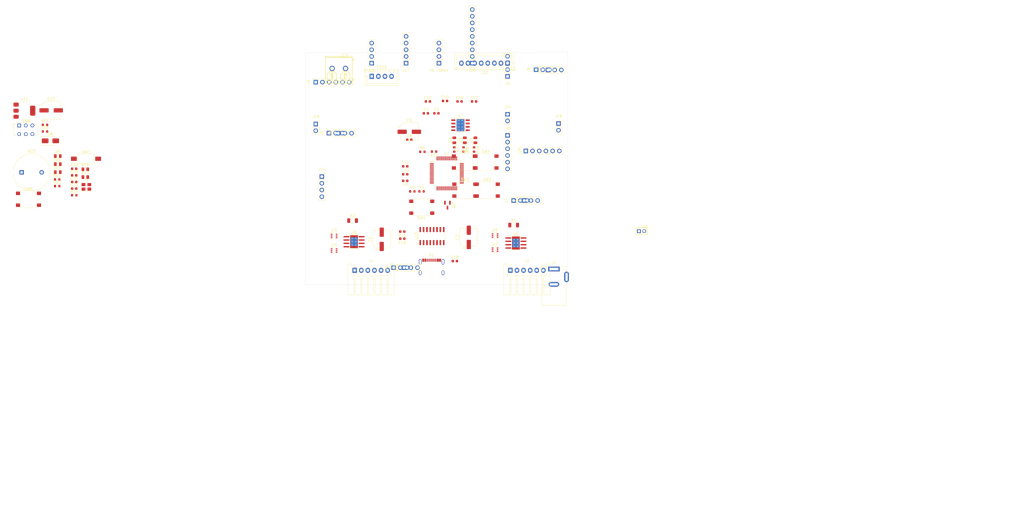
<source format=kicad_pcb>
(kicad_pcb (version 20240108) (generator "pcbnew") (generator_version "8.0")
  (title_block (title "car") (date "2024-04-26"))
  (layers (0 "F.Cu" signal) (31 "B.Cu" signal) (34 "B.Paste" user) (35 "F.Paste" user) (36 "B.SilkS" user "B.Silkscreen") (37 "F.SilkS" user "F.Silkscreen") (38 "B.Mask" user) (39 "F.Mask" user) (44 "Edge.Cuts" user))
  (net 0 "")
  (net 1 "+3V3")
  (net 2 "/PB13")
  (net 3 "GND")
  (net 4 "+12V")
  (net 5 "+3.3V")
  (net 6 "+5V")
  (net 7 "Net-(BZ2--)")
  (net 8 "Net-(BZ2-+)")
  (net 9 "/PC14")
  (net 10 "/PC15")
  (net 11 "/PB1")
  (net 12 "/PA6")
  (net 13 "/PA7")
  (net 14 "/PB10")
  (net 15 "/PC13")
  (net 16 "/PA0")
  (net 17 "/PA5")
  (net 18 "/PB0")
  (net 19 "/PA1")
  (net 20 "/PA3")
  (net 21 "/PB11")
  (net 22 "/PA4")
  (net 23 "/PA2")
  (net 24 "/PA11")
  (net 25 "/PB5")
  (net 26 "/PB12")
  (net 27 "/PA9")
  (net 28 "/PB14")
  (net 29 "/PB6")
  (net 30 "/PA10")
  (net 31 "/PA15")
  (net 32 "/PB4")
  (net 33 "/PB7")
  (net 34 "/PB8")
  (net 35 "/PB9")
  (net 36 "/PB15")
  (net 37 "/PA8")
  (net 38 "/PB3")
  (net 39 "/bb68942b/AOUT2")
  (net 40 "/PA12")
  (net 41 "/bb68942b/AOUT1")
  (net 43 "Net-(D8-K)")
  (net 44 "Net-(U7-BOOT)")
  (net 45 "Net-(U5-ISEN)")
  (net 46 "Net-(U8-ISEN)")
  (net 47 "/stm32f103rct6/RST")
  (net 48 "/stm32f103rct6/OSC_IN")
  (net 49 "Net-(U10-V3)")
  (net 50 "Net-(U5-IN2)")
  (net 51 "Net-(U8-IN1)")
  (net 52 "Net-(U8-IN2)")
  (net 53 "Net-(U5-IN1)")
  (net 54 "Net-(P1-D-)")
  (net 55 "/bb68942b/BOUT1")
  (net 56 "/bb68942b/BOUT2")
  (net 57 "/stm32f103rct6/OSC_OUT")
  (net 58 "Net-(D2-A)")
  (net 59 "Net-(D3-A)")
  (net 60 "Net-(P1-D+)")
  (net 61 "/PB2")
  (net 71 "Net-(D4-A)")
  (net 72 "Net-(D5-A)")
  (net 73 "/PD2")
  (net 74 "Net-(D6-A)")
  (net 75 "/PC12")
  (net 76 "Net-(D7-A)")
  (net 77 "/PC9")
  (net 78 "/PC8")
  (net 79 "/stm32f103rct6/SWDIO")
  (net 80 "/stm32f103rct6/SWCLK")
  (net 81 "Net-(P1-VCONN)")
  (net 82 "Net-(P1-CC)")
  (net 83 "Net-(U7-VSENSE)")
  (net 84 "/stm32f103rct6/BOOT0")
  (net 86 "Net-(SW8-B)")
  (net 87 "/PC10")
  (net 88 "/PC7")
  (net 89 "/PC0")
  (net 90 "/PC2")
  (net 91 "/PC4")
  (net 92 "/PC5")
  (net 93 "/PC1")
  (net 94 "/PC6")
  (net 95 "/PC3")
  (net 96 "/PC11")
  (footprint "Library:C_0603_1608Metric" (layer "F.Cu") (at -36.025 87)
    (property "Reference" "C19" (at 0 -1.43 0) (layer "F.SilkS"))
    (property "Value" "0.1uf/16V")
    (pad "1" smd roundrect (at -0.775 0) (size 0.9 0.95) (layers "F.Cu" "F.Paste" "F.Mask") (net 5 "+3.3V"))
    (pad "2" smd roundrect (at 0.775 0) (size 0.9 0.95) (layers "F.Cu" "F.Paste" "F.Mask") (net 3 "GND"))
  )
  (footprint "Library:TI_SO-PowerPAD-8_ThermalVias" (layer "F.Cu") (at 110.35 70.5)
    (property "Reference" "U7" (at 0 -3.5 0) (layer "F.SilkS"))
    (property "Value" "TPS5430DDA")
    (pad "1" smd rect (at -2.7 -1.905) (size 1.55 0.6) (layers "F.Cu" "F.Paste" "F.Mask") (net 44 "Net-(U7-BOOT)"))
    (pad "2" smd rect (at -2.7 -0.635) (size 1.55 0.6) (layers "F.Cu" "F.Paste" "F.Mask"))
    (pad "3" smd rect (at -2.7 0.635) (size 1.55 0.6) (layers "F.Cu" "F.Paste" "F.Mask"))
    (pad "4" smd rect (at -2.7 1.905) (size 1.55 0.6) (layers "F.Cu" "F.Paste" "F.Mask") (net 83 "Net-(U7-VSENSE)"))
    (pad "5" smd rect (at 2.7 1.905) (size 1.55 0.6) (layers "F.Cu" "F.Paste" "F.Mask"))
    (pad "6" smd rect (at 2.7 0.635) (size 1.55 0.6) (layers "F.Cu" "F.Paste" "F.Mask") (net 3 "GND"))
    (pad "7" smd rect (at 2.7 -0.635) (size 1.55 0.6) (layers "F.Cu" "F.Paste" "F.Mask") (net 4 "+12V"))
    (pad "8" smd rect (at 2.7 -1.905) (size 1.55 0.6) (layers "F.Cu" "F.Paste" "F.Mask") (net 43 "Net-(D8-K)"))
    (pad "9" thru_hole circle (at -0.6 -1.8) (size 0.6 0.6) (drill 0.3) (layers "*.Cu") (net 3 "GND"))
    (pad "9" thru_hole circle (at -0.6 -0.6) (size 0.6 0.6) (drill 0.3) (layers "*.Cu") (net 3 "GND"))
    (pad "9" thru_hole circle (at -0.6 0.7) (size 0.6 0.6) (drill 0.3) (layers "*.Cu") (net 3 "GND"))
    (pad "9" thru_hole circle (at -0.6 1.8) (size 0.6 0.6) (drill 0.3) (layers "*.Cu") (net 3 "GND"))
    (pad "9" smd rect (at 0 0) (size 2.6 3.1) (layers "F.Cu" "F.Paste" "F.Mask") (net 3 "GND"))
    (pad "9" smd rect (at 0 0) (size 2.95 4.5) (layers "F.Cu") (net 3 "GND"))
    (pad "9" smd rect (at 0 0) (size 2.95 4.5) (layers "B.Cu") (net 3 "GND"))
    (pad "9" thru_hole circle (at 0.6 -1.8) (size 0.6 0.6) (drill 0.3) (layers "*.Cu") (net 3 "GND"))
    (pad "9" thru_hole circle (at 0.6 -0.6) (size 0.6 0.6) (drill 0.3) (layers "*.Cu") (net 3 "GND"))
    (pad "9" thru_hole circle (at 0.6 0.7) (size 0.6 0.6) (drill 0.3) (layers "*.Cu") (net 3 "GND"))
    (pad "9" thru_hole circle (at 0.6 1.8) (size 0.6 0.6) (drill 0.3) (layers "*.Cu") (net 3 "GND"))
  )
  (footprint "Library:JST_XH_S6B-XH-A_1x06_P2.50mm_Horizontal" (layer "F.Cu") (at 70.2497 125.5001)
    (property "Reference" "J4" (at 6.25 -3.5 0) (layer "F.SilkS"))
    (property "Value" "Conn_01x06")
    (pad "1" thru_hole roundrect (at 0 0) (size 1.7 1.95) (drill 0.95) (layers "*.Cu" "*.Mask") (roundrect_rratio 0.147059) (net 56 "/bb68942b/BOUT2"))
    (pad "2" thru_hole oval (at 2.5 0) (size 1.7 1.95) (drill 0.95) (layers "*.Cu" "*.Mask") (net 5 "+3.3V"))
    (pad "3" thru_hole oval (at 5 0) (size 1.7 1.95) (drill 0.95) (layers "*.Cu" "*.Mask") (net 16 "/PA0"))
    (pad "4" thru_hole oval (at 7.5 0) (size 1.7 1.95) (drill 0.95) (layers "*.Cu" "*.Mask") (net 19 "/PA1"))
    (pad "5" thru_hole oval (at 10 0) (size 1.7 1.95) (drill 0.95) (layers "*.Cu" "*.Mask") (net 3 "GND"))
    (pad "6" thru_hole oval (at 12.5 0) (size 1.7 1.95) (drill 0.95) (layers "*.Cu" "*.Mask") (net 55 "/bb68942b/BOUT1"))
  )
  (footprint "Library:SOT-363_SC-70-6" (layer "F.Cu") (at 123.45 112.35)
    (property "Reference" "U6" (at 0 -2.25 0) (layer "F.SilkS"))
    (property "Value" "~")
    (pad "1" smd roundrect (at -0.95 -0.65) (size 0.65 0.4) (layers "F.Cu" "F.Paste" "F.Mask") (net 3 "GND"))
    (pad "2" smd roundrect (at -0.95 0) (size 0.65 0.4) (layers "F.Cu" "F.Paste" "F.Mask") (net 3 "GND"))
    (pad "3" smd roundrect (at -0.95 0.65) (size 0.65 0.4) (layers "F.Cu" "F.Paste" "F.Mask") (net 37 "/PA8"))
    (pad "4" smd roundrect (at 0.95 0.65) (size 0.65 0.4) (layers "F.Cu" "F.Paste" "F.Mask") (net 53 "Net-(U5-IN1)"))
    (pad "5" smd roundrect (at 0.95 0) (size 0.65 0.4) (layers "F.Cu" "F.Paste" "F.Mask") (net 5 "+3.3V"))
    (pad "6" smd roundrect (at 0.95 -0.65) (size 0.65 0.4) (layers "F.Cu" "F.Paste" "F.Mask") (net 9 "/PC14"))
  )
  (footprint "Library:SOT-223" (layer "F.Cu") (at -54.905 65.005)
    (property "Reference" "U11" (at 0 -4.5 0) (layer "F.SilkS"))
    (property "Value" "SGM2212-3.3XKC3G/TR")
    (pad "1" smd roundrect (at -3.15 -2.3) (size 2 1.5) (layers "F.Cu" "F.Paste" "F.Mask") (net 3 "GND"))
    (pad "2" smd roundrect (at -3.15 0) (size 2 1.5) (layers "F.Cu" "F.Paste" "F.Mask") (net 5 "+3.3V"))
    (pad "3" smd roundrect (at -3.15 2.3) (size 2 1.5) (layers "F.Cu" "F.Paste" "F.Mask") (net 6 "+5V"))
    (pad "4" smd roundrect (at 3.15 0) (size 2 3.8) (layers "F.Cu" "F.Paste" "F.Mask") (net 5 "+3.3V"))
  )
  (footprint "Library:HDR-TH_2P-P2.00-V-F-1" (layer "F.Cu") (at 178.9705 110.6785)
    (property "Reference" "J15" (at -0.2634 -2.3274 0) (layer "F.SilkS") (effects (font (size 0.9144 0.9144) (thickness 0.1524)) (justify left top)))
    (property "Value" "Conn_01x02" (hide yes))
    (pad "1" thru_hole rect (at -1 0) (size 1.4 1.4) (drill 0.889) (layers "*.Cu" "*.Mask") (net 78 "/PC8"))
    (pad "2" thru_hole oval (at 1 0) (size 1.4 1.4) (drill 0.889) (layers "*.Cu" "*.Mask") (net 77 "/PC9"))
  )
  (footprint "Library:PinSocket_1x09_P2.54mm_Vertical" (layer "F.Cu") (at 114.81 47 180)
    (property "Reference" "J20" (at 0 -2.77 180) (layer "F.SilkS"))
    (property "Value" "Conn_01x09")
    (pad "1" thru_hole rect (at 0 0 180) (size 1.7 1.7) (drill 1) (layers "*.Cu" "*.Mask") (net 3 "GND"))
    (pad "2" thru_hole oval (at 0 2.54 180) (size 1.7 1.7) (drill 1) (layers "*.Cu" "*.Mask") (net 32 "/PB4"))
    (pad "3" thru_hole oval (at 0 5.08 180) (size 1.7 1.7) (drill 1) (layers "*.Cu" "*.Mask") (net 25 "/PB5"))
    (pad "4" thru_hole oval (at 0 7.62 180) (size 1.7 1.7) (drill 1) (layers "*.Cu" "*.Mask") (net 87 "/PC10"))
    (pad "5" thru_hole oval (at 0 10.16 180) (size 1.7 1.7) (drill 1) (layers "*.Cu" "*.Mask") (net 96 "/PC11"))
    (pad "6" thru_hole oval (at 0 12.7 180) (size 1.7 1.7) (drill 1) (layers "*.Cu" "*.Mask") (net 91 "/PC4"))
    (pad "7" thru_hole oval (at 0 15.24 180) (size 1.7 1.7) (drill 1) (layers "*.Cu" "*.Mask") (net 31 "/PA15"))
    (pad "8" thru_hole oval (at 0 17.78 180) (size 1.7 1.7) (drill 1) (layers "*.Cu" "*.Mask") (net 94 "/PC6"))
    (pad "9" thru_hole oval (at 0 20.32 180) (size 1.7 1.7) (drill 1) (layers "*.Cu" "*.Mask") (net 88 "/PC7"))
  )
  (footprint "Library:DC母座(大)" (layer "F.Cu") (at 145.75 125)
    (property "Reference" "J1" (at 0 -2.5 0) (layer "F.SilkS"))
    (property "Value" "DC母座(大)")
    (pad "1" thru_hole rect (at 0 0) (size 4.4 1.8) (drill oval 3.4 0.8) (layers "*.Cu" "*.Mask") (net 86 "Net-(SW8-B)"))
    (pad "2" thru_hole oval (at 0 5.8) (size 4 1.8) (drill oval 3 0.8) (layers "*.Cu" "*.Mask") (net 3 "GND"))
    (pad "3" thru_hole oval (at 4.8 3 90) (size 4 1.8) (drill oval 3 0.8) (layers "*.Cu" "*.Mask"))
  )
  (footprint "Library:PinSocket_1x02_P2.54mm_Vertical" (layer "F.Cu") (at 55.5 70.06)
    (property "Reference" "J18" (at 0 -2.77 0) (layer "F.SilkS"))
    (property "Value" "Conn_01x02")
    (pad "1" thru_hole rect (at 0 0) (size 1.7 1.7) (drill 1) (layers "*.Cu" "*.Mask") (net 29 "/PB6"))
    (pad "2" thru_hole oval (at 0 2.54) (size 1.7 1.7) (drill 1) (layers "*.Cu" "*.Mask") (net 33 "/PB7"))
  )
  (footprint "Library:SOT-363_SC-70-6" (layer "F.Cu") (at 62.45 112.5)
    (property "Reference" "U3" (at 0 -2.25 0) (layer "F.SilkS"))
    (property "Value" "~")
    (pad "1" smd roundrect (at -0.95 -0.65) (size 0.65 0.4) (layers "F.Cu" "F.Paste" "F.Mask") (net 3 "GND"))
    (pad "2" smd roundrect (at -0.95 0) (size 0.65 0.4) (layers "F.Cu" "F.Paste" "F.Mask") (net 3 "GND"))
    (pad "3" smd roundrect (at -0.95 0.65) (size 0.65 0.4) (layers "F.Cu" "F.Paste" "F.Mask") (net 27 "/PA9"))
    (pad "4" smd roundrect (at 0.95 0.65) (size 0.65 0.4) (layers "F.Cu" "F.Paste" "F.Mask") (net 51 "Net-(U8-IN1)"))
    (pad "5" smd roundrect (at 0.95 0) (size 0.65 0.4) (layers "F.Cu" "F.Paste" "F.Mask") (net 5 "+3.3V"))
    (pad "6" smd roundrect (at 0.95 -0.65) (size 0.65 0.4) (layers "F.Cu" "F.Paste" "F.Mask") (net 10 "/PC15"))
  )
  (footprint "Library:PinSocket_1x03_P2.54mm_Vertical" (layer "F.Cu") (at 85 124.5 90)
    (property "Reference" "J6" (at 0 -2.77 90) (layer "F.SilkS"))
    (property "Value" "Conn_01x03")
    (pad "1" thru_hole rect (at 0 0 90) (size 1.7 1.7) (drill 1) (layers "*.Cu" "*.Mask") (net 3 "GND"))
    (pad "2" thru_hole oval (at 0 2.54 90) (size 1.7 1.7) (drill 1) (layers "*.Cu" "*.Mask") (net 3 "GND"))
    (pad "3" thru_hole oval (at 0 5.08 90) (size 1.7 1.7) (drill 1) (layers "*.Cu" "*.Mask") (net 3 "GND"))
  )
  (footprint "Library:JST_XH_B8B-XH-A_1x08_P2.50mm_Vertical" (layer "F.Cu") (at 128.19 47 180)
    (property "Reference" "J22" (at 8.75 -3.55 180) (layer "F.SilkS"))
    (property "Value" "Conn_01x10")
    (pad "1" thru_hole roundrect (at 0 0 180) (size 1.7 1.95) (drill 0.95) (layers "*.Cu" "*.Mask") (roundrect_rratio 0.147059) (net 3 "GND"))
    (pad "2" thru_hole oval (at 2.5 0 180) (size 1.7 1.95) (drill 0.95) (layers "*.Cu" "*.Mask") (net 6 "+5V"))
    (pad "3" thru_hole oval (at 5 0 180) (size 1.7 1.95) (drill 0.95) (layers "*.Cu" "*.Mask") (net 61 "/PB2"))
    (pad "4" thru_hole oval (at 7.5 0 180) (size 1.7 1.95) (drill 0.95) (layers "*.Cu" "*.Mask") (net 11 "/PB1"))
    (pad "5" thru_hole oval (at 10 0 180) (size 1.7 1.95) (drill 0.95) (layers "*.Cu" "*.Mask") (net 18 "/PB0"))
    (pad "6" thru_hole oval (at 12.5 0 180) (size 1.7 1.95) (drill 0.95) (layers "*.Cu" "*.Mask") (net 92 "/PC5"))
    (pad "7" thru_hole oval (at 15 0 180) (size 1.7 1.95) (drill 0.95) (layers "*.Cu" "*.Mask") (net 95 "/PC3"))
    (pad "8" thru_hole oval (at 17.5 0 180) (size 1.7 1.95) (drill 0.95) (layers "*.Cu" "*.Mask") (net 90 "/PC2"))
  )
  (footprint "Library:CP_Elec_6.3x7.7" (layer "F.Cu") (at 90.95 73)
    (property "Reference" "C5" (at 0 -4.35 0) (layer "F.SilkS"))
    (property "Value" "220uf")
    (pad "1" smd roundrect (at -2.7 0) (size 3.5 1.6) (layers "F.Cu" "F.Paste" "F.Mask") (roundrect_rratio 0.15625) (net 4 "+12V"))
    (pad "2" smd roundrect (at 2.7 0) (size 3.5 1.6) (layers "F.Cu" "F.Paste" "F.Mask") (roundrect_rratio 0.15625) (net 3 "GND"))
  )
  (footprint "Library:C_0603_1608Metric" (layer "F.Cu") (at 104.5 61.32)
    (property "Reference" "C15" (at 0 -1.43 0) (layer "F.SilkS"))
    (property "Value" "0.1uF/50V")
    (pad "1" smd roundrect (at -0.775 0) (size 0.9 0.95) (layers "F.Cu" "F.Paste" "F.Mask") (net 3 "GND"))
    (pad "2" smd roundrect (at 0.775 0) (size 0.9 0.95) (layers "F.Cu" "F.Paste" "F.Mask") (net 47 "/stm32f103rct6/RST"))
  )
  (footprint "Library:USB_C_Receptacle_GCT_USB4105-xx-A_16P_TopMnt_Horizontal" (layer "F.Cu") (at 99.4 125.35)
    (property "Reference" "P1" (at 0 -5.5 0) (layer "F.SilkS"))
    (property "Value" "USB_C_Plug_USB2.0")
    (pad "" np_thru_hole circle (at -2.89 -2.605) (size 0.65 0.65) (drill 0.65) (layers "F&B.Cu" "*.Mask"))
    (pad "" np_thru_hole circle (at 2.89 -2.605) (size 0.65 0.65) (drill 0.65) (layers "F&B.Cu" "*.Mask"))
    (pad "A1" smd roundrect (at -3.2 -3.68) (size 0.6 1.15) (layers "F.Cu" "F.Paste" "F.Mask") (net 3 "GND"))
    (pad "A4" smd roundrect (at -2.4 -3.68) (size 0.6 1.15) (layers "F.Cu" "F.Paste" "F.Mask") (net 6 "+5V"))
    (pad "A5" smd roundrect (at -1.25 -3.68) (size 0.3 1.15) (layers "F.Cu" "F.Paste" "F.Mask") (net 82 "Net-(P1-CC)"))
    (pad "A6" smd roundrect (at -0.25 -3.68) (size 0.3 1.15) (layers "F.Cu" "F.Paste" "F.Mask") (net 60 "Net-(P1-D+)"))
    (pad "A7" smd roundrect (at 0.25 -3.68) (size 0.3 1.15) (layers "F.Cu" "F.Paste" "F.Mask") (net 54 "Net-(P1-D-)"))
    (pad "A8" smd roundrect (at 1.25 -3.68) (size 0.3 1.15) (layers "F.Cu" "F.Paste" "F.Mask"))
    (pad "A9" smd roundrect (at 2.4 -3.68) (size 0.6 1.15) (layers "F.Cu" "F.Paste" "F.Mask") (net 6 "+5V"))
    (pad "A12" smd roundrect (at 3.2 -3.68) (size 0.6 1.15) (layers "F.Cu" "F.Paste" "F.Mask") (net 3 "GND"))
    (pad "B1" smd roundrect (at 3.2 -3.68) (size 0.6 1.15) (layers "F.Cu" "F.Paste" "F.Mask") (net 3 "GND"))
    (pad "B4" smd roundrect (at 2.4 -3.68) (size 0.6 1.15) (layers "F.Cu" "F.Paste" "F.Mask") (net 6 "+5V"))
    (pad "B5" smd roundrect (at 1.75 -3.68) (size 0.3 1.15) (layers "F.Cu" "F.Paste" "F.Mask") (net 81 "Net-(P1-VCONN)"))
    (pad "B6" smd roundrect (at 0.75 -3.68) (size 0.3 1.15) (layers "F.Cu" "F.Paste" "F.Mask"))
    (pad "B7" smd roundrect (at -0.75 -3.68) (size 0.3 1.15) (layers "F.Cu" "F.Paste" "F.Mask"))
    (pad "B8" smd roundrect (at -1.75 -3.68) (size 0.3 1.15) (layers "F.Cu" "F.Paste" "F.Mask"))
    (pad "B9" smd roundrect (at -2.4 -3.68) (size 0.6 1.15) (layers "F.Cu" "F.Paste" "F.Mask") (net 6 "+5V"))
    (pad "B12" smd roundrect (at -3.2 -3.68) (size 0.6 1.15) (layers "F.Cu" "F.Paste" "F.Mask") (net 3 "GND"))
    (pad "S1" thru_hole oval (at -4.32 -3.105) (size 1 2.1) (drill oval 0.6 1.7) (layers "*.Cu" "*.Mask" "F.Paste") (net 3 "GND"))
    (pad "S1" thru_hole oval (at -4.32 1.075) (size 1 1.8) (drill oval 0.6 1.4) (layers "*.Cu" "*.Mask" "F.Paste") (net 3 "GND"))
    (pad "S1" thru_hole oval (at 4.32 -3.105) (size 1 2.1) (drill oval 0.6 1.7) (layers "*.Cu" "*.Mask" "F.Paste") (net 3 "GND"))
    (pad "S1" thru_hole oval (at 4.32 1.075) (size 1 1.8) (drill oval 0.6 1.4) (layers "*.Cu" "*.Mask" "F.Paste") (net 3 "GND"))
  )
  (footprint "Library:R_0603_1608Metric" (layer "F.Cu") (at 108 79.7125 -90)
    (property "Reference" "R7" (at 0 -1.43 90) (layer "F.SilkS"))
    (property "Value" "10k")
    (pad "1" smd roundrect (at -0.825 0 270) (size 0.8 0.95) (layers "F.Cu" "F.Paste" "F.Mask") (net 71 "Net-(D4-A)"))
    (pad "2" smd roundrect (at 0.825 0 270) (size 0.8 0.95) (layers "F.Cu" "F.Paste" "F.Mask") (net 5 "+3.3V"))
  )
  (footprint "Library:PinSocket_1x04_P2.54mm_Vertical" (layer "F.Cu") (at 102.19 47 180)
    (property "Reference" "HC-SR04" (at 0 -2.77 180) (layer "F.SilkS"))
    (property "Value" "HC-SR04")
    (pad "1" thru_hole rect (at 0 0 180) (size 1.7 1.7) (drill 1) (layers "*.Cu" "*.Mask") (net 3 "GND"))
    (pad "2" thru_hole oval (at 0 2.54 180) (size 1.7 1.7) (drill 1) (layers "*.Cu" "*.Mask") (net 26 "/PB12"))
    (pad "3" thru_hole oval (at 0 5.08 180) (size 1.7 1.7) (drill 1) (layers "*.Cu" "*.Mask") (net 28 "/PB14"))
    (pad "4" thru_hole oval (at 0 7.62 180) (size 1.7 1.7) (drill 1) (layers "*.Cu" "*.Mask") (net 6 "+5V"))
  )
  (footprint "Library:R_1206_3216Metric" (layer "F.Cu") (at 130.5 108.35)
    (property "Reference" "R1" (at 0 -1.82 0) (layer "F.SilkS"))
    (property "Value" "0.15R 1206 1WOCP=3.3V/10/0.15R=2.2A" (hide yes))
    (pad "1" smd roundrect (at -1.4625 0) (size 1.125 1.75) (layers "F.Cu" "F.Paste" "F.Mask") (roundrect_rratio 0.222222) (net 3 "GND"))
    (pad "2" smd roundrect (at 1.4625 0) (size 1.125 1.75) (layers "F.Cu" "F.Paste" "F.Mask") (roundrect_rratio 0.222222) (net 45 "Net-(U5-ISEN)"))
  )
  (footprint "Library:SW_SPST_FSMSM" (layer "F.Cu") (at -31.555 83.22)
    (property "Reference" "SW7" (at 0 -2.6 0) (layer "F.SilkS"))
    (property "Value" "RST")
    (pad "1" smd rect (at -4.59 0) (size 2.18 1.6) (layers "F.Cu" "F.Paste" "F.Mask") (net 3 "GND"))
    (pad "2" smd rect (at 4.59 0) (size 2.18 1.6) (layers "F.Cu" "F.Paste" "F.Mask") (net 47 "/stm32f103rct6/RST"))
  )
  (footprint "Library:R_0603_1608Metric" (layer "F.Cu") (at 115.5 79.7125 -90)
    (property "Reference" "R10" (at 0 -1.43 90) (layer "F.SilkS"))
    (property "Value" "10k")
    (pad "1" smd roundrect (at -0.825 0 270) (size 0.8 0.95) (layers "F.Cu" "F.Paste" "F.Mask") (net 74 "Net-(D6-A)"))
    (pad "2" smd roundrect (at 0.825 0 270) (size 0.8 0.95) (layers "F.Cu" "F.Paste" "F.Mask") (net 5 "+3.3V"))
  )
  (footprint "Library:PinHeader_1x06_P2.54mm_Vertical" (layer "F.Cu") (at 135.1 80.27 90)
    (property "Reference" "J26" (at 0 -2.33 90) (layer "F.SilkS"))
    (property "Value" "Conn_01x08")
    (pad "1" thru_hole rect (at 0 0 90) (size 1.7 1.7) (drill 1) (layers "*.Cu" "*.Mask") (net 6 "+5V"))
    (pad "2" thru_hole oval (at 0 2.54 90) (size 1.7 1.7) (drill 1) (layers "*.Cu" "*.Mask") (net 3 "GND"))
    (pad "3" thru_hole oval (at 0 5.08 90) (size 1.7 1.7) (drill 1) (layers "*.Cu" "*.Mask") (net 34 "/PB8"))
    (pad "4" thru_hole oval (at 0 7.62 90) (size 1.7 1.7) (drill 1) (layers "*.Cu" "*.Mask") (net 35 "/PB9"))
    (pad "5" thru_hole oval (at 0 10.16 90) (size 1.7 1.7) (drill 1) (layers "*.Cu" "*.Mask"))
    (pad "6" thru_hole oval (at 0 12.7 90) (size 1.7 1.7) (drill 1) (layers "*.Cu" "*.Mask"))
  )
  (footprint "Library:R_0603_1608Metric" (layer "F.Cu") (at -47.095 72.89)
    (property "Reference" "R18" (at 0 -1.43 0) (layer "F.SilkS"))
    (property "Value" "3.2k")
    (pad "1" smd roundrect (at -0.825 0) (size 0.8 0.95) (layers "F.Cu" "F.Paste" "F.Mask") (net 83 "Net-(U7-VSENSE)"))
    (pad "2" smd roundrect (at 0.825 0) (size 0.8 0.95) (layers "F.Cu" "F.Paste" "F.Mask") (net 3 "GND"))
  )
  (footprint "Library:C_0603_1608Metric" (layer "F.Cu") (at 101.225 66)
    (property "Reference" "C3" (at 0 -1.43 0) (layer "F.SilkS"))
    (property "Value" "0.1uF")
    (pad "1" smd roundrect (at -0.775 0) (size 0.9 0.95) (layers "F.Cu" "F.Paste" "F.Mask") (net 3 "GND"))
    (pad "2" smd roundrect (at 0.775 0) (size 0.9 0.95) (layers "F.Cu" "F.Paste" "F.Mask") (net 5 "+3.3V"))
  )
  (footprint "Library:C_0603_1608Metric" (layer "F.Cu") (at 110 61.5)
    (property "Reference" "C16" (at 0 -1.43 0) (layer "F.SilkS"))
    (property "Value" "22pf/16V")
    (pad "1" smd roundrect (at -0.775 0) (size 0.9 0.95) (layers "F.Cu" "F.Paste" "F.Mask") (net 48 "/stm32f103rct6/OSC_IN"))
    (pad "2" smd roundrect (at 0.775 0) (size 0.9 0.95) (layers "F.Cu" "F.Paste" "F.Mask") (net 3 "GND"))
  )
  (footprint "Library:R_0603_1608Metric" (layer "F.Cu") (at 92.0875 95.5875)
    (property "Reference" "R9" (at 0 -1.43 0) (layer "F.SilkS"))
    (property "Value" "5.1K")
    (pad "1" smd roundrect (at -0.825 0) (size 0.8 0.95) (layers "F.Cu" "F.Paste" "F.Mask") (net 82 "Net-(P1-CC)"))
    (pad "2" smd roundrect (at 0.825 0) (size 0.8 0.95) (layers "F.Cu" "F.Paste" "F.Mask") (net 3 "GND"))
  )
  (footprint "Library:PinSocket_1x02_P2.54mm_Vertical" (layer "F.Cu") (at 128.19 66.357)
    (property "Reference" "J24" (at 0 -2.77 0) (layer "F.SilkS"))
    (property "Value" "Conn_01x02")
    (pad "1" thru_hole rect (at 0 0) (size 1.7 1.7) (drill 1) (layers "*.Cu" "*.Mask") (net 23 "/PA2"))
    (pad "2" thru_hole oval (at 0 2.54) (size 1.7 1.7) (drill 1) (layers "*.Cu" "*.Mask") (net 20 "/PA3"))
  )
  (footprint "Library:C_0603_1608Metric" (layer "F.Cu") (at -36.025 89.51)
    (property "Reference" "C20" (at 0 -1.43 0) (layer "F.SilkS"))
    (property "Value" "0.1uf/16V")
    (pad "1" smd roundrect (at -0.775 0) (size 0.9 0.95) (layers "F.Cu" "F.Paste" "F.Mask") (net 5 "+3.3V"))
    (pad "2" smd roundrect (at 0.775 0) (size 0.9 0.95) (layers "F.Cu" "F.Paste" "F.Mask") (net 3 "GND"))
  )
  (footprint "Library:D_SMA" (layer "F.Cu") (at -45.03 76.42)
    (property "Reference" "D8" (at 0 -2.5 0) (layer "F.SilkS"))
    (property "Value" "B340")
    (pad "1" smd roundrect (at -2 0) (size 2.5 1.8) (layers "F.Cu" "F.Paste" "F.Mask") (roundrect_rratio 0.1388888889) (net 43 "Net-(D8-K)"))
    (pad "2" smd roundrect (at 2 0) (size 2.5 1.8) (layers "F.Cu" "F.Paste" "F.Mask") (roundrect_rratio 0.1388888889) (net 3 "GND"))
  )
  (footprint "Library:R_0603_1608Metric" (layer "F.Cu") (at 95.9125 80.5875)
    (property "Reference" "R6" (at 0 -1.43 0) (layer "F.SilkS"))
    (property "Value" "10k")
    (pad "1" smd roundrect (at -0.825 0) (size 0.8 0.95) (layers "F.Cu" "F.Paste" "F.Mask") (net 59 "Net-(D3-A)"))
    (pad "2" smd roundrect (at 0.825 0) (size 0.8 0.95) (layers "F.Cu" "F.Paste" "F.Mask") (net 5 "+3.3V"))
  )
  (footprint "Library:PinSocket_1x03_P2.54mm_Vertical" (layer "F.Cu") (at 60.5 73.5 90)
    (property "Reference" "J5" (at 0 -2.77 90) (layer "F.SilkS"))
    (property "Value" "Conn_01x03")
    (pad "1" thru_hole rect (at 0 0 90) (size 1.7 1.7) (drill 1) (layers "*.Cu" "*.Mask") (net 3 "GND"))
    (pad "2" thru_hole oval (at 0 2.54 90) (size 1.7 1.7) (drill 1) (layers "*.Cu" "*.Mask") (net 3 "GND"))
    (pad "3" thru_hole oval (at 0 5.08 90) (size 1.7 1.7) (drill 1) (layers "*.Cu" "*.Mask") (net 3 "GND"))
  )
  (footprint "Library:C_0603_1608Metric" (layer "F.Cu") (at 108.2 122)
    (property "Reference" "C18" (at 0 -1.43 0) (layer "F.SilkS"))
    (property "Value" "0.1uf/16V")
    (pad "1" smd roundrect (at -0.775 0) (size 0.9 0.95) (layers "F.Cu" "F.Paste" "F.Mask") (net 5 "+3.3V"))
    (pad "2" smd roundrect (at 0.775 0) (size 0.9 0.95) (layers "F.Cu" "F.Paste" "F.Mask") (net 3 "GND"))
  )
  (footprint "Library:SW_Push_1P1T_NO_6x6mm" (layer "F.Cu") (at 112.004 95.111)
    (property "Reference" "SW3" (at 0 -4.05 0) (layer "F.SilkS"))
    (property "Value" "K3")
    (pad "1" smd rect (at -3.975 -2.25) (size 1.55 1.3) (layers "F.Cu" "F.Paste" "F.Mask") (net 40 "/PA12"))
    (pad "1" smd rect (at 3.975 -2.25) (size 1.55 1.3) (layers "F.Cu" "F.Paste" "F.Mask") (net 40 "/PA12"))
    (pad "2" smd rect (at -3.975 2.25) (size 1.55 1.3) (layers "F.Cu" "F.Paste" "F.Mask") (net 1 "+3V3"))
    (pad "2" smd rect (at 3.975 2.25) (size 1.55 1.3) (layers "F.Cu" "F.Paste" "F.Mask") (net 1 "+3V3"))
  )
  (footprint "Library:R_0805_2012Metric" (layer "F.Cu") (at -31.815 90.17)
    (property "Reference" "R17" (at 0 -1.65 0) (layer "F.SilkS"))
    (property "Value" "10k")
    (pad "1" smd roundrect (at -0.9125 0) (size 1.025 1.4) (layers "F.Cu" "F.Paste" "F.Mask") (roundrect_rratio 0.243902) (net 3 "GND"))
    (pad "2" smd roundrect (at 0.9125 0) (size 1.025 1.4) (layers "F.Cu" "F.Paste" "F.Mask") (roundrect_rratio 0.243902) (net 84 "/stm32f103rct6/BOOT0"))
  )
  (footprint "Library:SW_CuK_JS202011CQN_DPDT_Straight" (layer "F.Cu") (at -56.87 70.6)
    (property "Reference" "SW8" (at 2.75 -1.6 0) (layer "F.SilkS"))
    (property "Value" "SW_Push_SPDT")
    (pad "1" thru_hole rect (at 0 0) (size 1.4 1.4) (drill 0.9) (layers "*.Cu" "*.Mask") (net 4 "+12V"))
    (pad "2" thru_hole circle (at 2.5 0) (size 1.4 1.4) (drill 0.9) (layers "*.Cu" "*.Mask") (net 86 "Net-(SW8-B)"))
    (pad "3" thru_hole circle (at 5 0) (size 1.4 1.4) (drill 0.9) (layers "*.Cu" "*.Mask"))
    (pad "4" thru_hole circle (at 0 3.3) (size 1.4 1.4) (drill 0.9) (layers "*.Cu" "*.Mask"))
    (pad "5" thru_hole circle (at 2.5 3.3) (size 1.4 1.4) (drill 0.9) (layers "*.Cu" "*.Mask"))
    (pad "6" thru_hole circle (at 5 3.3) (size 1.4 1.4) (drill 0.9) (layers "*.Cu" "*.Mask"))
  )
  (footprint "Library:C_0603_1608Metric" (layer "F.Cu") (at 89.4125 89.0875)
    (property "Reference" "C13" (at 0 -1.43 0) (layer "F.SilkS"))
    (property "Value" "0.01uf")
    (pad "1" smd roundrect (at -0.775 0) (size 0.9 0.95) (layers "F.Cu" "F.Paste" "F.Mask") (net 44 "Net-(U7-BOOT)"))
    (pad "2" smd roundrect (at 0.775 0) (size 0.9 0.95) (layers "F.Cu" "F.Paste" "F.Mask") (net 43 "Net-(D8-K)"))
  )
  (footprint "Library:PinSocket_1x03_P2.54mm_Vertical" (layer "F.Cu") (at 139 49.5 90)
    (property "Reference" "J8" (at 0 -2.77 90) (layer "F.SilkS"))
    (property "Value" "Conn_01x03")
    (pad "1" thru_hole rect (at 0 0 90) (size 1.7 1.7) (drill 1) (layers "*.Cu" "*.Mask") (net 3 "GND"))
    (pad "2" thru_hole oval (at 0 2.54 90) (size 1.7 1.7) (drill 1) (layers "*.Cu" "*.Mask") (net 3 "GND"))
    (pad "3" thru_hole oval (at 0 5.08 90) (size 1.7 1.7) (drill 1) (layers "*.Cu" "*.Mask") (net 3 "GND"))
  )
  (footprint "Library:Indicator_PUI_AI-1440-TWT-24V-2-R" (layer "F.Cu") (at -55.955 88.37)
    (property "Reference" "BZ2" (at 3.8 -8 0) (layer "F.SilkS"))
    (property "Value" "Buzzer")
    (pad "1" thru_hole roundrect (at 0 0) (size 1.7 1.7) (drill 0.9) (layers "*.Cu" "*.Mask") (roundrect_rratio 0.147) (net 7 "Net-(BZ2--)"))
    (pad "2" thru_hole circle (at 7.6 0) (size 1.7 1.7) (drill 0.9) (layers "*.Cu" "*.Mask") (net 8 "Net-(BZ2-+)"))
  )
  (footprint "Library:PinSocket_1x04_P2.54mm_Vertical" (layer "F.Cu") (at 76.69 47 180)
    (property "Reference" "J23" (at 0 -2.77 180) (layer "F.SilkS"))
    (property "Value" "Conn_01x04")
    (pad "1" thru_hole rect (at 0 0 180) (size 1.7 1.7) (drill 1) (layers "*.Cu" "*.Mask") (net 3 "GND"))
    (pad "2" thru_hole oval (at 0 2.54 180) (size 1.7 1.7) (drill 1) (layers "*.Cu" "*.Mask") (net 5 "+3.3V"))
    (pad "3" thru_hole oval (at 0 5.08 180) (size 1.7 1.7) (drill 1) (layers "*.Cu" "*.Mask") (net 80 "/stm32f103rct6/SWCLK"))
    (pad "4" thru_hole oval (at 0 7.62 180) (size 1.7 1.7) (drill 1) (layers "*.Cu" "*.Mask") (net 79 "/stm32f103rct6/SWDIO"))
  )
  (footprint "Library:PinSocket_1x03_P2.54mm_Vertical" (layer "F.Cu") (at 134.5 99.04 90)
    (property "Reference" "J11" (at 0 -2.77 90) (layer "F.SilkS"))
    (property "Value" "Conn_01x03")
    (pad "1" thru_hole rect (at 0 0 90) (size 1.7 1.7) (drill 1) (layers "*.Cu" "*.Mask") (net 6 "+5V"))
    (pad "2" thru_hole oval (at 0 2.54 90) (size 1.7 1.7) (drill 1) (layers "*.Cu" "*.Mask") (net 6 "+5V"))
    (pad "3" thru_hole oval (at 0 5.08 90) (size 1.7 1.7) (drill 1) (layers "*.Cu" "*.Mask") (net 6 "+5V"))
  )
  (footprint "Library:LED_0805_2012Metric" (layer "F.Cu") (at -42.235 82.215)
    (property "Reference" "D5" (at 0 -1.65 0) (layer "F.SilkS"))
    (property "Value" "LED")
    (pad "1" smd roundrect (at -0.9375 0) (size 0.975 1.4) (layers "F.Cu" "F.Paste" "F.Mask") (net 73 "/PD2"))
    (pad "2" smd roundrect (at 0.9375 0) (size 0.975 1.4) (layers "F.Cu" "F.Paste" "F.Mask") (net 72 "Net-(D5-A)"))
  )
  (footprint "Library:LED_0805_2012Metric" (layer "F.Cu") (at -42.235 85.255)
    (property "Reference" "D6" (at 0 -1.65 0) (layer "F.SilkS"))
    (property "Value" "LED")
    (pad "1" smd roundrect (at -0.9375 0) (size 0.975 1.4) (layers "F.Cu" "F.Paste" "F.Mask") (net 75 "/PC12"))
    (pad "2" smd roundrect (at 0.9375 0) (size 0.975 1.4) (layers "F.Cu" "F.Paste" "F.Mask") (net 74 "Net-(D6-A)"))
  )
  (footprint "Library:R_1206_3216Metric" (layer "F.Cu") (at 69.4625 106.65)
    (property "Reference" "R2" (at 0 -1.82 0) (layer "F.SilkS"))
    (property "Value" "0.15R 1206 1WOCP=3.3V/10/0.15R=2.2A")
    (pad "1" smd roundrect (at -1.4625 0) (size 1.125 1.75) (layers "F.Cu" "F.Paste" "F.Mask") (roundrect_rratio 0.222222) (net 3 "GND"))
    (pad "2" smd roundrect (at 1.4625 0) (size 1.125 1.75) (layers "F.Cu" "F.Paste" "F.Mask") (roundrect_rratio 0.222222) (net 46 "Net-(U8-ISEN)"))
  )
  (footprint "Library:C_0603_1608Metric" (layer "F.Cu") (at 89.4125 91.5875 180)
    (property "Reference" "C9" (at 0 -1.43 180) (layer "F.SilkS"))
    (property "Value" "2.2uF")
    (pad "1" smd roundrect (at -0.775 0 180) (size 0.9 0.95) (layers "F.Cu" "F.Paste" "F.Mask") (net 6 "+5V"))
    (pad "2" smd roundrect (at 0.775 0 180) (size 0.9 0.95) (layers "F.Cu" "F.Paste" "F.Mask") (net 3 "GND"))
  )
  (footprint "Library:PinSocket_1x06_P2.54mm_Vertical" (layer "F.Cu") (at 55.5 54.19 90)
    (property "Reference" "J3" (at 0 -2.77 90) (layer "F.SilkS"))
    (property "Value" "HC-05")
    (pad "1" thru_hole rect (at 0 0 90) (size 1.7 1.7) (drill 1) (layers "*.Cu" "*.Mask"))
    (pad "2" thru_hole oval (at 0 2.54 90) (size 1.7 1.7) (drill 1) (layers "*.Cu" "*.Mask") (net 6 "+5V"))
    (pad "3" thru_hole oval (at 0 5.08 90) (size 1.7 1.7) (drill 1) (layers "*.Cu" "*.Mask") (net 3 "GND"))
    (pad "4" thru_hole oval (at 0 7.62 90) (size 1.7 1.7) (drill 1) (layers "*.Cu" "*.Mask") (net 14 "/PB10"))
    (pad "5" thru_hole oval (at 0 10.16 90) (size 1.7 1.7) (drill 1) (layers "*.Cu" "*.Mask") (net 21 "/PB11"))
    (pad "6" thru_hole oval (at 0 12.7 90) (size 1.7 1.7) (drill 1) (layers "*.Cu" "*.Mask") (net 3 "GND"))
  )
  (footprint "Library:SW_Push_1P1T_NO_6x6mm" (layer "F.Cu") (at 95.6625 101.5875 180)
    (property "Reference" "SW1" (at 0 -4.05 180) (layer "F.SilkS"))
    (property "Value" "K1")
    (pad "1" smd rect (at -3.975 -2.25 180) (size 1.55 1.3) (layers "F.Cu" "F.Paste" "F.Mask") (net 30 "/PA10"))
    (pad "1" smd rect (at 3.975 -2.25 180) (size 1.55 1.3) (layers "F.Cu" "F.Paste" "F.Mask") (net 30 "/PA10"))
    (pad "2" smd rect (at -3.975 2.25 180) (size 1.55 1.3) (layers "F.Cu" "F.Paste" "F.Mask") (net 1 "+3V3"))
    (pad "2" smd rect (at 3.975 2.25 180) (size 1.55 1.3) (layers "F.Cu" "F.Paste" "F.Mask") (net 1 "+3V3"))
  )
  (footprint "Library:R_0603_1608Metric" (layer "F.Cu") (at 100.325 80.5 180)
    (property "Reference" "R12" (at 0 -1.43 180) (layer "F.SilkS"))
    (property "Value" "20")
    (pad "1" smd roundrect (at -0.825 0 180) (size 0.8 0.95) (layers "F.Cu" "F.Paste" "F.Mask") (net 7 "Net-(BZ2--)"))
    (pad "2" smd roundrect (at 0.825 0 180) (size 0.8 0.95) (layers "F.Cu" "F.Paste" "F.Mask") (net 5 "+3.3V"))
  )
  (footprint "Library:PinSocket_1x03_P2.54mm_Vertical" (layer "F.Cu") (at 143.5 49.58 90)
    (property "Reference" "J12" (at 0 -2.77 90) (layer "F.SilkS"))
    (property "Value" "Conn_01x03")
    (pad "1" thru_hole rect (at 0 0 90) (size 1.7 1.7) (drill 1) (layers "*.Cu" "*.Mask") (net 6 "+5V"))
    (pad "2" thru_hole oval (at 0 2.54 90) (size 1.7 1.7) (drill 1) (layers "*.Cu" "*.Mask") (net 6 "+5V"))
    (pad "3" thru_hole oval (at 0 5.08 90) (size 1.7 1.7) (drill 1) (layers "*.Cu" "*.Mask") (net 6 "+5V"))
  )
  (footprint "Library:C_0603_1608Metric" (layer "F.Cu") (at 88.3 110.82 180)
    (property "Reference" "C11" (at 0 -1.43 180) (layer "F.SilkS"))
    (property "Value" "4.7uf")
    (pad "1" smd roundrect (at -0.775 0 180) (size 0.9 0.95) (layers "F.Cu" "F.Paste" "F.Mask") (net 3 "GND"))
    (pad "2" smd roundrect (at 0.775 0 180) (size 0.9 0.95) (layers "F.Cu" "F.Paste" "F.Mask") (net 4 "+12V"))
  )
  (footprint "Library:LED_0805_2012Metric" (layer "F.Cu") (at 108 76.2125 90)
    (property "Reference" "D2" (at 0 -1.65 90) (layer "F.SilkS"))
    (property "Value" "LED")
    (pad "1" smd roundrect (at -0.9375 0 90) (size 0.975 1.4) (layers "F.Cu" "F.Paste" "F.Mask") (net 3 "GND"))
    (pad "2" smd roundrect (at 0.9375 0 90) (size 0.975 1.4) (layers "F.Cu" "F.Paste" "F.Mask") (net 58 "Net-(D2-A)"))
  )
  (footprint "Library:R_0603_1608Metric" (layer "F.Cu") (at 95.5875 95.5875)
    (property "Reference" "R5" (at 0 -1.43 0) (layer "F.SilkS"))
    (property "Value" "10k")
    (pad "1" smd roundrect (at -0.825 0) (size 0.8 0.95) (layers "F.Cu" "F.Paste" "F.Mask") (net 58 "Net-(D2-A)"))
    (pad "2" smd roundrect (at 0.825 0) (size 0.8 0.95) (layers "F.Cu" "F.Paste" "F.Mask") (net 5 "+3.3V"))
  )
  (footprint "Library:CP_Elec_6.3x7.7" (layer "F.Cu") (at -44.755 64.88)
    (property "Reference" "C23" (at 0 -4.35 0) (layer "F.SilkS"))
    (property "Value" "220uf")
    (pad "1" smd roundrect (at -2.7 0) (size 3.5 1.6) (layers "F.Cu" "F.Paste" "F.Mask") (roundrect_rratio 0.15625) (net 6 "+5V"))
    (pad "2" smd roundrect (at 2.7 0) (size 3.5 1.6) (layers "F.Cu" "F.Paste" "F.Mask") (roundrect_rratio 0.15625) (net 3 "GND"))
  )
  (footprint "Library:Texas_HTSOP-8-1EP_3.9x4.9mm_P1.27mm_EP2.95x4.9mm_Mask2.4x3.1mm_ThermalVias" (layer "F.Cu") (at 70 114.65)
    (property "Reference" "U8" (at 0 -3.5 0) (layer "F.SilkS"))
    (property "Value" "DRV8870DDA")
    (pad "1" smd rect (at -2.875 -1.905) (size 2.2 0.5) (layers "F.Cu" "F.Paste" "F.Mask") (net 3 "GND"))
    (pad "2" smd rect (at -2.875 -0.635) (size 2.2 0.5) (layers "F.Cu" "F.Paste" "F.Mask") (net 52 "Net-(U8-IN2)"))
    (pad "3" smd rect (at -2.875 0.635) (size 2.2 0.5) (layers "F.Cu" "F.Paste" "F.Mask") (net 51 "Net-(U8-IN1)"))
    (pad "4" smd rect (at -2.875 1.905) (size 2.2 0.5) (layers "F.Cu" "F.Paste" "F.Mask") (net 5 "+3.3V"))
    (pad "5" smd rect (at 2.875 1.905) (size 2.2 0.5) (layers "F.Cu" "F.Paste" "F.Mask") (net 4 "+12V"))
    (pad "6" smd rect (at 2.875 0.635) (size 2.2 0.5) (layers "F.Cu" "F.Paste" "F.Mask") (net 55 "/bb68942b/BOUT1"))
    (pad "7" smd rect (at 2.875 -0.635) (size 2.2 0.5) (layers "F.Cu" "F.Paste" "F.Mask") (net 46 "Net-(U8-ISEN)"))
    (pad "8" smd rect (at 2.875 -1.905) (size 2.2 0.5) (layers "F.Cu" "F.Paste" "F.Mask") (net 56 "/bb68942b/BOUT2"))
    (pad "9" thru_hole circle (at -0.65 -1.3) (size 0.63 0.63) (drill 0.33) (layers "*.Cu" "*.Mask") (net 3 "GND"))
    (pad "9" thru_hole circle (at -0.65 0) (size 0.63 0.63) (drill 0.33) (layers "*.Cu" "*.Mask") (net 3 "GND"))
    (pad "9" thru_hole circle (at -0.65 1.3) (size 0.63 0.63) (drill 0.33) (layers "*.Cu" "*.Mask") (net 3 "GND"))
    (pad "9" smd rect (at 0 0) (size 2.6 3.3) (layers "B.Cu") (net 3 "GND"))
    (pad "9" smd rect (at 0 0) (size 2.95 4.9) (layers "F.Cu") (net 3 "GND"))
    (pad "9" thru_hole circle (at 0.65 -1.3) (size 0.63 0.63) (drill 0.33) (layers "*.Cu" "*.Mask") (net 3 "GND"))
    (pad "9" thru_hole circle (at 0.65 0) (size 0.63 0.63) (drill 0.33) (layers "*.Cu" "*.Mask") (net 3 "GND"))
    (pad "9" thru_hole circle (at 0.65 1.3) (size 0.63 0.63) (drill 0.33) (layers "*.Cu" "*.Mask") (net 3 "GND"))
  )
  (footprint "Library:C_0603_1608Metric" (layer "F.Cu") (at 97.225 66)
    (property "Reference" "C4" (at 0 -1.43 0) (layer "F.SilkS"))
    (property "Value" "4.7uf")
    (pad "1" smd roundrect (at -0.775 0) (size 0.9 0.95) (layers "F.Cu" "F.Paste" "F.Mask") (net 3 "GND"))
    (pad "2" smd roundrect (at 0.775 0) (size 0.9 0.95) (layers "F.Cu" "F.Paste" "F.Mask") (net 4 "+12V"))
  )
  (footprint "Library:CP_Elec_6.3x7.7" (layer "F.Cu") (at 80.5 113.75 90)
    (property "Reference" "C1" (at 0 -4.35 90) (layer "F.SilkS"))
    (property "Value" "100uf")
    (pad "1" smd roundrect (at -2.7 0 90) (size 3.5 1.6) (layers "F.Cu" "F.Paste" "F.Mask") (roundrect_rratio 0.15625) (net 4 "+12V"))
    (pad "2" smd roundrect (at 2.7 0 90) (size 3.5 1.6) (layers "F.Cu" "F.Paste" "F.Mask") (roundrect_rratio 0.15625) (net 3 "GND"))
  )
  (footprint "Library:PinSocket_1x04_P2.54mm_Vertical" (layer "F.Cu") (at 57.8 89.98)
    (property "Reference" "J14" (at 0 -2.77 0) (layer "F.SilkS"))
    (property "Value" "OLED")
    (pad "1" thru_hole rect (at 0 0) (size 1.7 1.7) (drill 1) (layers "*.Cu" "*.Mask") (net 3 "GND"))
    (pad "2" thru_hole oval (at 0 2.54) (size 1.7 1.7) (drill 1) (layers "*.Cu" "*.Mask") (net 5 "+3.3V"))
    (pad "3" thru_hole oval (at 0 5.08) (size 1.7 1.7) (drill 1) (layers "*.Cu" "*.Mask") (net 34 "/PB8"))
    (pad "4" thru_hole oval (at 0 7.62) (size 1.7 1.7) (drill 1) (layers "*.Cu" "*.Mask") (net 35 "/PB9"))
  )
  (footprint "Library:Texas_HTSOP-8-1EP_3.9x4.9mm_P1.27mm_EP2.95x4.9mm_Mask2.4x3.1mm_ThermalVias" (layer "F.Cu") (at 131.35 115.15)
    (property "Reference" "U5" (at 0 -3.5 0) (layer "F.SilkS"))
    (property "Value" "DRV8870DDA" (hide yes))
    (pad "1" smd rect (at -2.875 -1.905) (size 2.2 0.5) (layers "F.Cu" "F.Paste" "F.Mask") (net 3 "GND"))
    (pad "2" smd rect (at -2.875 -0.635) (size 2.2 0.5) (layers "F.Cu" "F.Paste" "F.Mask") (net 50 "Net-(U5-IN2)"))
    (pad "3" smd rect (at -2.875 0.635) (size 2.2 0.5) (layers "F.Cu" "F.Paste" "F.Mask") (net 53 "Net-(U5-IN1)"))
    (pad "4" smd rect (at -2.875 1.905) (size 2.2 0.5) (layers "F.Cu" "F.Paste" "F.Mask") (net 5 "+3.3V"))
    (pad "5" smd rect (at 2.875 1.905) (size 2.2 0.5) (layers "F.Cu" "F.Paste" "F.Mask") (net 4 "+12V"))
    (pad "6" smd rect (at 2.875 0.635) (size 2.2 0.5) (layers "F.Cu" "F.Paste" "F.Mask") (net 41 "/bb68942b/AOUT1"))
    (pad "7" smd rect (at 2.875 -0.635) (size 2.2 0.5) (layers "F.Cu" "F.Paste" "F.Mask") (net 45 "Net-(U5-ISEN)"))
    (pad "8" smd rect (at 2.875 -1.905) (size 2.2 0.5) (layers "F.Cu" "F.Paste" "F.Mask") (net 39 "/bb68942b/AOUT2"))
    (pad "9" thru_hole circle (at -0.65 -1.3) (size 0.63 0.63) (drill 0.33) (layers "*.Cu" "*.Mask") (net 3 "GND"))
    (pad "9" thru_hole circle (at -0.65 0) (size 0.63 0.63) (drill 0.33) (layers "*.Cu" "*.Mask") (net 3 "GND"))
    (pad "9" thru_hole circle (at -0.65 1.3) (size 0.63 0.63) (drill 0.33) (layers "*.Cu" "*.Mask") (net 3 "GND"))
    (pad "9" smd rect (at 0 0) (size 2.6 3.3) (layers "B.Cu") (net 3 "GND"))
    (pad "9" smd rect (at 0 0) (size 2.95 4.9) (layers "F.Cu") (net 3 "GND"))
    (pad "9" thru_hole circle (at 0.65 -1.3) (size 0.63 0.63) (drill 0.33) (layers "*.Cu" "*.Mask") (net 3 "GND"))
    (pad "9" thru_hole circle (at 0.65 0) (size 0.63 0.63) (drill 0.33) (layers "*.Cu" "*.Mask") (net 3 "GND"))
    (pad "9" thru_hole circle (at 0.65 1.3) (size 0.63 0.63) (drill 0.33) (layers "*.Cu" "*.Mask") (net 3 "GND"))
  )
  (footprint "Library:Crystal_SMD_3225-4Pin_3.2x2.5mm" (layer "F.Cu") (at -31.395 93.87)
    (property "Reference" "Y1" (at 0 -2.45 0) (layer "F.SilkS"))
    (property "Value" "Crystal_GND24(8M)")
    (pad "1" smd rect (at -1.1 0.85) (size 1.4 1.2) (layers "F.Cu" "F.Paste" "F.Mask") (net 48 "/stm32f103rct6/OSC_IN"))
    (pad "2" smd rect (at 1.1 0.85) (size 1.4 1.2) (layers "F.Cu" "F.Paste" "F.Mask") (net 3 "GND"))
    (pad "3" smd rect (at 1.1 -0.85) (size 1.4 1.2) (layers "F.Cu" "F.Paste" "F.Mask") (net 57 "/stm32f103rct6/OSC_OUT"))
    (pad "4" smd rect (at -1.1 -0.85) (size 1.4 1.2) (layers "F.Cu" "F.Paste" "F.Mask") (net 3 "GND"))
  )
  (footprint "Library:SOT-363_SC-70-6" (layer "F.Cu") (at 123.45 117.7)
    (property "Reference" "U2" (at 0 -2.25 0) (layer "F.SilkS"))
    (property "Value" "~")
    (pad "1" smd roundrect (at -0.95 -0.65) (size 0.65 0.4) (layers "F.Cu" "F.Paste" "F.Mask") (net 37 "/PA8"))
    (pad "2" smd roundrect (at -0.95 0) (size 0.65 0.4) (layers "F.Cu" "F.Paste" "F.Mask") (net 3 "GND"))
    (pad "3" smd roundrect (at -0.95 0.65) (size 0.65 0.4) (layers "F.Cu" "F.Paste" "F.Mask") (net 3 "GND"))
    (pad "4" smd roundrect (at 0.95 0.65) (size 0.65 0.4) (layers "F.Cu" "F.Paste" "F.Mask") (net 50 "Net-(U5-IN2)"))
    (pad "5" smd roundrect (at 0.95 0) (size 0.65 0.4) (layers "F.Cu" "F.Paste" "F.Mask") (net 5 "+3.3V"))
    (pad "6" smd roundrect (at 0.95 -0.65) (size 0.65 0.4) (layers "F.Cu" "F.Paste" "F.Mask") (net 9 "/PC14"))
  )
  (footprint "Library:C_0603_1608Metric" (layer "F.Cu") (at 115.5 61.5)
    (property "Reference" "C17" (at 0 -1.43 0) (layer "F.SilkS"))
    (property "Value" "22pf/16V")
    (pad "1" smd roundrect (at -0.775 0) (size 0.9 0.95) (layers "F.Cu" "F.Paste" "F.Mask") (net 57 "/stm32f103rct6/OSC_OUT"))
    (pad "2" smd roundrect (at 0.775 0) (size 0.9 0.95) (layers "F.Cu" "F.Paste" "F.Mask") (net 3 "GND"))
  )
  (footprint "Library:R_0603_1608Metric" (layer "F.Cu") (at -47.095 70.38)
    (property "Reference" "R14" (at 0 -1.43 0) (layer "F.SilkS"))
    (property "Value" "R")
    (pad "1" smd roundrect (at -0.825 0) (size 0.8 0.95) (layers "F.Cu" "F.Paste" "F.Mask") (net 6 "+5V"))
    (pad "2" smd roundrect (at 0.825 0) (size 0.8 0.95) (layers "F.Cu" "F.Paste" "F.Mask") (net 83 "Net-(U7-VSENSE)"))
  )
  (footprint "Library:PinSocket_1x04_P2.54mm_Vertical" (layer "F.Cu") (at 128.19 52 180)
    (property "Reference" "J0" (at 0 -2.77 180) (layer "F.SilkS"))
    (property "Value" "OLED")
    (pad "1" thru_hole rect (at 0 0 180) (size 1.7 1.7) (drill 1) (layers "*.Cu" "*.Mask") (net 3 "GND"))
    (pad "2" thru_hole oval (at 0 2.54 180) (size 1.7 1.7) (drill 1) (layers "*.Cu" "*.Mask") (net 5 "+3.3V"))
    (pad "3" thru_hole oval (at 0 5.08 180) (size 1.7 1.7) (drill 1) (layers "*.Cu" "*.Mask") (net 34 "/PB8"))
    (pad "4" thru_hole oval (at 0 7.62 180) (size 1.7 1.7) (drill 1) (layers "*.Cu" "*.Mask") (net 35 "/PB9"))
  )
  (footprint "Library:PinSocket_1x05_P2.54mm_Vertical" (layer "F.Cu") (at 89.73 47 180)
    (property "Reference" "J17" (at 0 -2.77 180) (layer "F.SilkS"))
    (property "Value" "Conn_01x05")
    (pad "1" thru_hole rect (at 0 0 180) (size 1.7 1.7) (drill 1) (layers "*.Cu" "*.Mask") (net 22 "/PA4"))
    (pad "2" thru_hole oval (at 0 2.54 180) (size 1.7 1.7) (drill 1) (layers "*.Cu" "*.Mask") (net 17 "/PA5"))
    (pad "3" thru_hole oval (at 0 5.08 180) (size 1.7 1.7) (drill 1) (layers "*.Cu" "*.Mask") (net 12 "/PA6"))
    (pad "4" thru_hole oval (at 0 7.62 180) (size 1.7 1.7) (drill 1) (layers "*.Cu" "*.Mask") (net 13 "/PA7"))
    (pad "5" thru_hole oval (at 0 10.16 180) (size 1.7 1.7) (drill 1) (layers "*.Cu" "*.Mask") (net 3 "GND"))
  )
  (footprint "Library:R_0603_1608Metric" (layer "F.Cu") (at -42.475 91.07)
    (property "Reference" "R11" (at 0 -1.43 0) (layer "F.SilkS"))
    (property "Value" "10k")
    (pad "1" smd roundrect (at -0.825 0) (size 0.8 0.95) (layers "F.Cu" "F.Paste" "F.Mask") (net 76 "Net-(D7-A)"))
    (pad "2" smd roundrect (at 0.825 0) (size 0.8 0.95) (layers "F.Cu" "F.Paste" "F.Mask") (net 5 "+3.3V"))
  )
  (footprint "Library:R_0603_1608Metric" (layer "F.Cu") (at 111.5 79.7125 -90)
    (property "Reference" "R8" (at 0 -1.43 90) (layer "F.SilkS"))
    (property "Value" "10k")
    (pad "1" smd roundrect (at -0.825 0 270) (size 0.8 0.95) (layers "F.Cu" "F.Paste" "F.Mask") (net 72 "Net-(D5-A)"))
    (pad "2" smd roundrect (at 0.825 0 270) (size 0.8 0.95) (layers "F.Cu" "F.Paste" "F.Mask") (net 5 "+3.3V"))
  )
  (footprint "Library:C_0603_1608Metric" (layer "F.Cu") (at 89.4125 86.0875)
    (property "Reference" "C12" (at 0 -1.43 0) (layer "F.SilkS"))
    (property "Value" "2.2uF")
    (pad "1" smd roundrect (at -0.775 0) (size 0.9 0.95) (layers "F.Cu" "F.Paste" "F.Mask") (net 5 "+3.3V"))
    (pad "2" smd roundrect (at 0.775 0) (size 0.9 0.95) (layers "F.Cu" "F.Paste" "F.Mask") (net 3 "GND"))
  )
  (footprint "Library:SW_Push_1P1T_NO_6x6mm" (layer "F.Cu") (at -53.355 98.57)
    (property "Reference" "SW6" (at 0 -4.05 0) (layer "F.SilkS"))
    (property "Value" "K4")
    (pad "1" smd rect (at -3.975 -2.25) (size 1.55 1.3) (layers "F.Cu" "F.Paste" "F.Mask") (net 36 "/PB15"))
    (pad "1" smd rect (at 3.975 -2.25) (size 1.55 1.3) (layers "F.Cu" "F.Paste" "F.Mask") (net 36 "/PB15"))
    (pad "2" smd rect (at -3.975 2.25) (size 1.55 1.3) (layers "F.Cu" "F.Paste" "F.Mask") (net 1 "+3V3"))
    (pad "2" smd rect (at 3.975 2.25) (size 1.55 1.3) (layers "F.Cu" "F.Paste" "F.Mask") (net 1 "+3V3"))
  )
  (footprint "Library:SW_Push_1P1T_NO_6x6mm" (layer "F.Cu") (at 111.8225 84.4755)
    (property "Reference" "SW5" (at 0 -4.05 0) (layer "F.SilkS"))
    (property "Value" "K5")
    (pad "1" smd rect (at -3.975 -2.25) (size 1.55 1.3) (layers "F.Cu" "F.Paste" "F.Mask") (net 28 "/PB14"))
    (pad "1" smd rect (at 3.975 -2.25) (size 1.55 1.3) (layers "F.Cu" "F.Paste" "F.Mask") (net 28 "/PB14"))
    (pad "2" smd rect (at -3.975 2.25) (size 1.55 1.3) (layers "F.Cu" "F.Paste" "F.Mask") (net 1 "+3V3"))
    (pad "2" smd rect (at 3.975 2.25) (size 1.55 1.3) (layers "F.Cu" "F.Paste" "F.Mask") (net 1 "+3V3"))
  )
  (footprint "Library:SW_Push_1P1T_NO_6x6mm" (layer "F.Cu") (at 120.024 84.4755)
    (property "Reference" "SW4" (at 0 -4.05 0) (layer "F.SilkS"))
    (property "Value" "K6")
    (pad "1" smd rect (at -3.975 -2.25) (size 1.55 1.3) (layers "F.Cu" "F.Paste" "F.Mask") (net 2 "/PB13"))
    (pad "1" smd rect (at 3.975 -2.25) (size 1.55 1.3) (layers "F.Cu" "F.Paste" "F.Mask") (net 2 "/PB13"))
    (pad "2" smd rect (at -3.975 2.25) (size 1.55 1.3) (layers "F.Cu" "F.Paste" "F.Mask") (net 1 "+3V3"))
    (pad "2" smd rect (at 3.975 2.25) (size 1.55 1.3) (layers "F.Cu" "F.Paste" "F.Mask") (net 1 "+3V3"))
  )
  (footprint "Library:CONN-TH_2P-P5.08" (layer "F.Cu") (at 64.25 49)
    (property "Reference" "J13" (at 0.254 -4.958 0) (layer "F.SilkS") (effects (font (size 1.143 1.143) (thickness 0.152)) (justify left)))
    (property "Value" "Conn_01x02" (hide yes))
    (pad "1" thru_hole circle (at -2.54 0 180) (size 2 2) (drill 1.3) (layers "*.Cu" "*.Paste" "*.Mask") (net 4 "+12V"))
    (pad "2" thru_hole circle (at 2.54 0 180) (size 2 2) (drill 1.3) (layers "*.Cu" "*.Paste" "*.Mask") (net 3 "GND"))
  )
  (footprint "Library:LED_0805_2012Metric" (layer "F.Cu") (at 116 76.2125 90)
    (property "Reference" "D4" (at 0 -1.65 90) (layer "F.SilkS"))
    (property "Value" "LED")
    (pad "1" smd roundrect (at -0.9375 0 90) (size 0.975 1.4) (layers "F.Cu" "F.Paste" "F.Mask") (net 38 "/PB3"))
    (pad "2" smd roundrect (at 0.9375 0 90) (size 0.975 1.4) (layers "F.Cu" "F.Paste" "F.Mask") (net 71 "Net-(D4-A)"))
  )
  (footprint "Library:PinSocket_1x06_P2.54mm_Vertical" (layer "F.Cu") (at 128.19 74.357)
    (property "Reference" "J25" (at 0 -2.77 0) (layer "F.SilkS"))
    (property "Value" "HC-05")
    (pad "1" thru_hole rect (at 0 0) (size 1.7 1.7) (drill 1) (layers "*.Cu" "*.Mask") (net 3 "GND"))
    (pad "2" thru_hole oval (at 0 2.54) (size 1.7 1.7) (drill 1) (layers "*.Cu" "*.Mask") (net 6 "+5V"))
    (pad "3" thru_hole oval (at 0 5.08) (size 1.7 1.7) (drill 1) (layers "*.Cu" "*.Mask") (net 87 "/PC10"))
    (pad "4" thru_hole oval (at 0 7.62) (size 1.7 1.7) (drill 1) (layers "*.Cu" "*.Mask") (net 96 "/PC11"))
    (pad "5" thru_hole oval (at 0 10.16) (size 1.7 1.7) (drill 1) (layers "*.Cu" "*.Mask") (net 35 "/PB9"))
    (pad "6" thru_hole oval (at 0 12.7) (size 1.7 1.7) (drill 1) (layers "*.Cu" "*.Mask") (net 34 "/PB8"))
  )
  (footprint "Library:C_0603_1608Metric" (layer "F.Cu") (at -36.025 92.02)
    (property "Reference" "C21" (at 0 -1.43 0) (layer "F.SilkS"))
    (property "Value" "0.1uf/16V")
    (pad "1" smd roundrect (at -0.775 0) (size 0.9 0.95) (layers "F.Cu" "F.Paste" "F.Mask") (net 5 "+3.3V"))
    (pad "2" smd roundrect (at 0.775 0) (size 0.9 0.95) (layers "F.Cu" "F.Paste" "F.Mask") (net 3 "GND"))
  )
  (footprint "Library:LQFP-64_10x10mm_P0.5mm" (layer "F.Cu") (at 105.1625 88.75)
    (property "Reference" "U1" (at 0 -7.4 0) (layer "F.SilkS"))
    (property "Value" "STM32F103RCTx")
    (pad "1" smd roundrect (at -5.675 -3.75) (size 1.55 0.3) (layers "F.Cu" "F.Paste" "F.Mask") (net 5 "+3.3V"))
    (pad "2" smd roundrect (at -5.675 -3.25) (size 1.55 0.3) (layers "F.Cu" "F.Paste" "F.Mask") (net 15 "/PC13"))
    (pad "3" smd roundrect (at -5.675 -2.75) (size 1.55 0.3) (layers "F.Cu" "F.Paste" "F.Mask") (net 9 "/PC14"))
    (pad "4" smd roundrect (at -5.675 -2.25) (size 1.55 0.3) (layers "F.Cu" "F.Paste" "F.Mask") (net 10 "/PC15"))
    (pad "5" smd roundrect (at -5.675 -1.75) (size 1.55 0.3) (layers "F.Cu" "F.Paste" "F.Mask") (net 48 "/stm32f103rct6/OSC_IN"))
    (pad "6" smd roundrect (at -5.675 -1.25) (size 1.55 0.3) (layers "F.Cu" "F.Paste" "F.Mask") (net 57 "/stm32f103rct6/OSC_OUT"))
    (pad "7" smd roundrect (at -5.675 -0.75) (size 1.55 0.3) (layers "F.Cu" "F.Paste" "F.Mask") (net 47 "/stm32f103rct6/RST"))
    (pad "8" smd roundrect (at -5.675 -0.25) (size 1.55 0.3) (layers "F.Cu" "F.Paste" "F.Mask") (net 89 "/PC0"))
    (pad "9" smd roundrect (at -5.675 0.25) (size 1.55 0.3) (layers "F.Cu" "F.Paste" "F.Mask") (net 93 "/PC1"))
    (pad "10" smd roundrect (at -5.675 0.75) (size 1.55 0.3) (layers "F.Cu" "F.Paste" "F.Mask") (net 90 "/PC2"))
    (pad "11" smd roundrect (at -5.675 1.25) (size 1.55 0.3) (layers "F.Cu" "F.Paste" "F.Mask") (net 95 "/PC3"))
    (pad "12" smd roundrect (at -5.675 1.75) (size 1.55 0.3) (layers "F.Cu" "F.Paste" "F.Mask") (net 3 "GND"))
    (pad "13" smd roundrect (at -5.675 2.25) (size 1.55 0.3) (layers "F.Cu" "F.Paste" "F.Mask") (net 5 "+3.3V"))
    (pad "14" smd roundrect (at -5.675 2.75) (size 1.55 0.3) (layers "F.Cu" "F.Paste" "F.Mask") (net 16 "/PA0"))
    (pad "15" smd roundrect (at -5.675 3.25) (size 1.55 0.3) (layers "F.Cu" "F.Paste" "F.Mask") (net 19 "/PA1"))
    (pad "16" smd roundrect (at -5.675 3.75) (size 1.55 0.3) (layers "F.Cu" "F.Paste" "F.Mask") (net 23 "/PA2"))
    (pad "17" smd roundrect (at -3.75 5.675) (size 0.3 1.55) (layers "F.Cu" "F.Paste" "F.Mask") (net 20 "/PA3"))
    (pad "18" smd roundrect (at -3.25 5.675) (size 0.3 1.55) (layers "F.Cu" "F.Paste" "F.Mask") (net 3 "GND"))
    (pad "19" smd roundrect (at -2.75 5.675) (size 0.3 1.55) (layers "F.Cu" "F.Paste" "F.Mask") (net 5 "+3.3V"))
    (pad "20" smd roundrect (at -2.25 5.675) (size 0.3 1.55) (layers "F.Cu" "F.Paste" "F.Mask") (net 22 "/PA4"))
    (pad "21" smd roundrect (at -1.75 5.675) (size 0.3 1.55) (layers "F.Cu" "F.Paste" "F.Mask") (net 17 "/PA5"))
    (pad "22" smd roundrect (at -1.25 5.675) (size 0.3 1.55) (layers "F.Cu" "F.Paste" "F.Mask") (net 12 "/PA6"))
    (pad "23" smd roundrect (at -0.75 5.675) (size 0.3 1.55) (layers "F.Cu" "F.Paste" "F.Mask") (net 13 "/PA7"))
    (pad "24" smd roundrect (at -0.25 5.675) (size 0.3 1.55) (layers "F.Cu" "F.Paste" "F.Mask") (net 91 "/PC4"))
    (pad "25" smd roundrect (at 0.25 5.675) (size 0.3 1.55) (layers "F.Cu" "F.Paste" "F.Mask") (net 92 "/PC5"))
    (pad "26" smd roundrect (at 0.75 5.675) (size 0.3 1.55) (layers "F.Cu" "F.Paste" "F.Mask") (net 18 "/PB0"))
    (pad "27" smd roundrect (at 1.25 5.675) (size 0.3 1.55) (layers "F.Cu" "F.Paste" "F.Mask") (net 11 "/PB1"))
    (pad "28" smd roundrect (at 1.75 5.675) (size 0.3 1.55) (layers "F.Cu" "F.Paste" "F.Mask") (net 61 "/PB2"))
    (pad "29" smd roundrect (at 2.25 5.675) (size 0.3 1.55) (layers "F.Cu" "F.Paste" "F.Mask") (net 14 "/PB10"))
    (pad "30" smd roundrect (at 2.75 5.675) (size 0.3 1.55) (layers "F.Cu" "F.Paste" "F.Mask") (net 21 "/PB11"))
    (pad "31" smd roundrect (at 3.25 5.675) (size 0.3 1.55) (layers "F.Cu" "F.Paste" "F.Mask") (net 3 "GND"))
    (pad "32" smd roundrect (at 3.75 5.675) (size 0.3 1.55) (layers "F.Cu" "F.Paste" "F.Mask") (net 5 "+3.3V"))
    (pad "33" smd roundrect (at 5.675 3.75) (size 1.55 0.3) (layers "F.Cu" "F.Paste" "F.Mask") (net 26 "/PB12"))
    (pad "34" smd roundrect (at 5.675 3.25) (size 1.55 0.3) (layers "F.Cu" "F.Paste" "F.Mask") (net 2 "/PB13"))
    (pad "35" smd roundrect (at 5.675 2.75) (size 1.55 0.3) (layers "F.Cu" "F.Paste" "F.Mask") (net 28 "/PB14"))
    (pad "36" smd roundrect (at 5.675 2.25) (size 1.55 0.3) (layers "F.Cu" "F.Paste" "F.Mask") (net 36 "/PB15"))
    (pad "37" smd roundrect (at 5.675 1.75) (size 1.55 0.3) (layers "F.Cu" "F.Paste" "F.Mask") (net 94 "/PC6"))
    (pad "38" smd roundrect (at 5.675 1.25) (size 1.55 0.3) (layers "F.Cu" "F.Paste" "F.Mask") (net 88 "/PC7"))
    (pad "39" smd roundrect (at 5.675 0.75) (size 1.55 0.3) (layers "F.Cu" "F.Paste" "F.Mask") (net 78 "/PC8"))
    (pad "40" smd roundrect (at 5.675 0.25) (size 1.55 0.3) (layers "F.Cu" "F.Paste" "F.Mask") (net 77 "/PC9"))
    (pad "41" smd roundrect (at 5.675 -0.25) (size 1.55 0.3) (layers "F.Cu" "F.Paste" "F.Mask") (net 37 "/PA8"))
    (pad "42" smd roundrect (at 5.675 -0.75) (size 1.55 0.3) (layers "F.Cu" "F.Paste" "F.Mask") (net 27 "/PA9"))
    (pad "43" smd roundrect (at 5.675 -1.25) (size 1.55 0.3) (layers "F.Cu" "F.Paste" "F.Mask") (net 30 "/PA10"))
    (pad "44" smd roundrect (at 5.675 -1.75) (size 1.55 0.3) (layers "F.Cu" "F.Paste" "F.Mask") (net 24 "/PA11"))
    (pad "45" smd roundrect (at 5.675 -2.25) (size 1.55 0.3) (layers "F.Cu" "F.Paste" "F.Mask") (net 40 "/PA12"))
    (pad "46" smd roundrect (at 5.675 -2.75) (size 1.55 0.3) (layers "F.Cu" "F.Paste" "F.Mask") (net 79 "/stm32f103rct6/SWDIO"))
    (pad "47" smd roundrect (at 5.675 -3.25) (size 1.55 0.3) (layers "F.Cu" "F.Paste" "F.Mask") (net 3 "GND"))
    (pad "48" smd roundrect (at 5.675 -3.75) (size 1.55 0.3) (layers "F.Cu" "F.Paste" "F.Mask") (net 5 "+3.3V"))
    (pad "49" smd roundrect (at 3.75 -5.675) (size 0.3 1.55) (layers "F.Cu" "F.Paste" "F.Mask") (net 80 "/stm32f103rct6/SWCLK"))
    (pad "50" smd roundrect (at 3.25 -5.675) (size 0.3 1.55) (layers "F.Cu" "F.Paste" "F.Mask") (net 31 "/PA15"))
    (pad "51" smd roundrect (at 2.75 -5.675) (size 0.3 1.55) (layers "F.Cu" "F.Paste" "F.Mask") (net 87 "/PC10"))
    (pad "52" smd roundrect (at 2.25 -5.675) (size 0.3 1.55) (layers "F.Cu" "F.Paste" "F.Mask") (net 96 "/PC11"))
    (pad "53" smd roundrect (at 1.75 -5.675) (size 0.3 1.55) (layers "F.Cu" "F.Paste" "F.Mask") (net 75 "/PC12"))
    (pad "54" smd roundrect (at 1.25 -5.675) (size 0.3 1.55) (layers "F.Cu" "F.Paste" "F.Mask") (net 73 "/PD2"))
    (pad "55" smd roundrect (at 0.75 -5.675) (size 0.3 1.55) (layers "F.Cu" "F.Paste" "F.Mask") (net 38 "/PB3"))
    (pad "56" smd roundrect (at 0.25 -5.675) (size 0.3 1.55) (layers "F.Cu" "F.Paste" "F.Mask") (net 32 "/PB4"))
    (pad "57" smd roundrect (at -0.25 -5.675) (size 0.3 1.55) (layers "F.Cu" "F.Paste" "F.Mask") (net 25 "/PB5"))
    (pad "58" smd roundrect (at -0.75 -5.675) (size 0.3 1.55) (layers "F.Cu" "F.Paste" "F.Mask") (net 29 "/PB6"))
    (pad "59" smd roundrect (at -1.25 -5.675) (size 0.3 1.55) (layers "F.Cu" "F.Paste" "F.Mask") (net 33 "/PB7"))
    (pad "60" smd roundrect (at -1.75 -5.675) (size 0.3 1.55) (layers "F.Cu" "F.Paste" "F.Mask") (net 84 "/stm32f103rct6/BOOT0"))
    (pad "61" smd roundrect (at -2.25 -5.675) (size 0.3 1.55) (layers "F.Cu" "F.Paste" "F.Mask") (net 34 "/PB8"))
    (pad "62" smd roundrect (at -2.75 -5.675) (size 0.3 1.55) (layers "F.Cu" "F.Paste" "F.Mask") (net 35 "/PB9"))
    (pad "63" smd roundrect (at -3.25 -5.675) (size 0.3 1.55) (layers "F.Cu" "F.Paste" "F.Mask") (net 3 "GND"))
    (pad "64" smd roundrect (at -3.75 -5.675) (size 0.3 1.55) (layers "F.Cu" "F.Paste" "F.Mask") (net 5 "+3.3V"))
  )
  (footprint "Library:PinSocket_1x03_P2.54mm_Vertical" (layer "F.Cu") (at 64 73.54 90)
    (property "Reference" "J9" (at 0 -2.77 90) (layer "F.SilkS"))
    (property "Value" "Conn_01x03")
    (pad "1" thru_hole rect (at 0 0 90) (size 1.7 1.7) (drill 1) (layers "*.Cu" "*.Mask") (net 5 "+3.3V"))
    (pad "2" thru_hole oval (at 0 2.54 90) (size 1.7 1.7) (drill 1) (layers "*.Cu" "*.Mask") (net 5 "+3.3V"))
    (pad "3" thru_hole oval (at 0 5.08 90) (size 1.7 1.7) (drill 1) (layers "*.Cu" "*.Mask") (net 5 "+3.3V"))
  )
  (footprint "Library:C_0603_1608Metric" (layer "F.Cu") (at 88.3 113.5 180)
    (property "Reference" "C10" (at 0 -1.43 180) (layer "F.SilkS"))
    (property "Value" "0.1uf")
    (pad "1" smd roundrect (at -0.775 0 180) (size 0.9 0.95) (layers "F.Cu" "F.Paste" "F.Mask") (net 49 "Net-(U10-V3)"))
    (pad "2" smd roundrect (at 0.775 0 180) (size 0.9 0.95) (layers "F.Cu" "F.Paste" "F.Mask") (net 5 "+3.3V"))
  )
  (footprint "Library:C_0603_1608Metric" (layer "F.Cu") (at 90.95 76)
    (property "Reference" "C6" (at 0 -1.43 0) (layer "F.SilkS"))
    (property "Value" "0.1uf")
    (pad "1" smd roundrect (at -0.775 0) (size 0.9 0.95) (layers "F.Cu" "F.Paste" "F.Mask") (net 3 "GND"))
    (pad "2" smd roundrect (at 0.775 0) (size 0.9 0.95) (layers "F.Cu" "F.Paste" "F.Mask") (net 4 "+12V"))
  )
  (footprint "Library:JST_XH_B4B-XH-A_1x04_P2.50mm_Vertical" (layer "F.Cu") (at 76.73 52)
    (property "Reference" "K210" (at 3.75 -3.55 0) (layer "F.SilkS"))
    (property "Value" "Conn_01x04")
    (pad "1" thru_hole roundrect (at 0 0) (size 1.7 1.95) (drill 0.95) (layers "*.Cu" "*.Mask") (roundrect_rratio 0.147059) (net 23 "/PA2"))
    (pad "2" thru_hole oval (at 2.5 0) (size 1.7 1.95) (drill 0.95) (layers "*.Cu" "*.Mask") (net 20 "/PA3"))
    (pad "3" thru_hole oval (at 5 0) (size 1.7 1.95) (drill 0.95) (layers "*.Cu" "*.Mask") (net 3 "GND"))
    (pad "4" thru_hole oval (at 7.5 0) (size 1.7 1.95) (drill 0.95) (layers "*.Cu" "*.Mask") (net 6 "+5V"))
  )
  (footprint "Library:SW_Push_1P1T_NO_6x6mm" (layer "F.Cu") (at 120.504 95.111)
    (property "Reference" "SW2" (at 0 -4.05 0) (layer "F.SilkS"))
    (property "Value" "K2")
    (pad "1" smd rect (at -3.975 -2.25) (size 1.55 1.3) (layers "F.Cu" "F.Paste" "F.Mask") (net 24 "/PA11"))
    (pad "1" smd rect (at 3.975 -2.25) (size 1.55 1.3) (layers "F.Cu" "F.Paste" "F.Mask") (net 24 "/PA11"))
    (pad "2" smd rect (at -3.975 2.25) (size 1.55 1.3) (layers "F.Cu" "F.Paste" "F.Mask") (net 1 "+3V3"))
    (pad "2" smd rect (at 3.975 2.25) (size 1.55 1.3) (layers "F.Cu" "F.Paste" "F.Mask") (net 1 "+3V3"))
  )
  (footprint "Library:LED_0805_2012Metric" (layer "F.Cu") (at 112 76.2125 90)
    (property "Reference" "D3" (at 0 -1.65 90) (layer "F.SilkS"))
    (property "Value" "LED")
    (pad "1" smd roundrect (at -0.9375 0 90) (size 0.975 1.4) (layers "F.Cu" "F.Paste" "F.Mask") (net 37 "/PA8"))
    (pad "2" smd roundrect (at 0.9375 0 90) (size 0.975 1.4) (layers "F.Cu" "F.Paste" "F.Mask") (net 59 "Net-(D3-A)"))
  )
  (footprint "Library:SOIC-16_3.9x9.9mm_P1.27mm" (layer "F.Cu") (at 99.545 112.525 90)
    (property "Reference" "U10" (at 0 -5.9 -90) (layer "F.SilkS"))
    (property "Value" "CH340C")
    (pad "1" smd roundrect (at -2.475 -4.445 90) (size 1.95 0.6) (layers "F.Cu" "F.Paste" "F.Mask") (net 3 "GND"))
    (pad "2" smd roundrect (at -2.475 -3.175 90) (size 1.95 0.6) (layers "F.Cu" "F.Paste" "F.Mask") (net 24 "/PA11"))
    (pad "3" smd roundrect (at -2.475 -1.905 90) (size 1.95 0.6) (layers "F.Cu" "F.Paste" "F.Mask") (net 40 "/PA12"))
    (pad "4" smd roundrect (at -2.475 -0.635 90) (size 1.95 0.6) (layers "F.Cu" "F.Paste" "F.Mask") (net 49 "Net-(U10-V3)"))
    (pad "5" smd roundrect (at -2.475 0.635 90) (size 1.95 0.6) (layers "F.Cu" "F.Paste" "F.Mask") (net 60 "Net-(P1-D+)"))
    (pad "6" smd roundrect (at -2.475 1.905 90) (size 1.95 0.6) (layers "F.Cu" "F.Paste" "F.Mask") (net 54 "Net-(P1-D-)"))
    (pad "7" smd roundrect (at -2.475 3.175 90) (size 1.95 0.6) (layers "F.Cu" "F.Paste" "F.Mask"))
    (pad "8" smd roundrect (at -2.475 4.445 90) (size 1.95 0.6) (layers "F.Cu" "F.Paste" "F.Mask"))
    (pad "9" smd roundrect (at 2.475 4.445 90) (size 1.95 0.6) (layers "F.Cu" "F.Paste" "F.Mask"))
    (pad "10" smd roundrect (at 2.475 3.175 90) (size 1.95 0.6) (layers "F.Cu" "F.Paste" "F.Mask"))
    (pad "11" smd roundrect (at 2.475 1.905 90) (size 1.95 0.6) (layers "F.Cu" "F.Paste" "F.Mask"))
    (pad "12" smd roundrect (at 2.475 0.635 90) (size 1.95 0.6) (layers "F.Cu" "F.Paste" "F.Mask"))
    (pad "13" smd roundrect (at 2.475 -0.635 90) (size 1.95 0.6) (layers "F.Cu" "F.Paste" "F.Mask"))
    (pad "14" smd roundrect (at 2.475 -1.905 90) (size 1.95 0.6) (layers "F.Cu" "F.Paste" "F.Mask"))
    (pad "15" smd roundrect (at 2.475 -3.175 90) (size 1.95 0.6) (layers "F.Cu" "F.Paste" "F.Mask"))
    (pad "16" smd roundrect (at 2.475 -4.445 90) (size 1.95 0.6) (layers "F.Cu" "F.Paste" "F.Mask") (net 49 "Net-(U10-V3)"))
  )
  (footprint "Library:R_0805_2012Metric" (layer "F.Cu") (at -31.815 87.22)
    (property "Reference" "R16" (at 0 -1.65 0) (layer "F.SilkS"))
    (property "Value" "1M")
    (pad "1" smd roundrect (at -0.9125 0) (size 1.025 1.4) (layers "F.Cu" "F.Paste" "F.Mask") (roundrect_rratio 0.243902) (net 48 "/stm32f103rct6/OSC_IN"))
    (pad "2" smd roundrect (at 0.9125 0) (size 1.025 1.4) (layers "F.Cu" "F.Paste" "F.Mask") (roundrect_rratio 0.243902) (net 57 "/stm32f103rct6/OSC_OUT"))
  )
  (footprint "Library:PinSocket_1x02_P2.54mm_Vertical" (layer "F.Cu") (at 147.5 69.875)
    (property "Reference" "J19" (at 0 -2.77 0) (layer "F.SilkS"))
    (property "Value" "Conn_01x02")
    (pad "1" thru_hole rect (at 0 0) (size 1.7 1.7) (drill 1) (layers "*.Cu" "*.Mask") (net 14 "/PB10"))
    (pad "2" thru_hole oval (at 0 2.54) (size 1.7 1.7) (drill 1) (layers "*.Cu" "*.Mask") (net 21 "/PB11"))
  )
  (footprint "Library:PinSocket_1x03_P2.54mm_Vertical" (layer "F.Cu") (at 130.5 99.04 90)
    (property "Reference" "J7" (at 0 -2.77 90) (layer "F.SilkS"))
    (property "Value" "Conn_01x03")
    (pad "1" thru_hole rect (at 0 0 90) (size 1.7 1.7) (drill 1) (layers "*.Cu" "*.Mask") (net 3 "GND"))
    (pad "2" thru_hole oval (at 0 2.54 90) (size 1.7 1.7) (drill 1) (layers "*.Cu" "*.Mask") (net 3 "GND"))
    (pad "3" thru_hole oval (at 0 5.08 90) (size 1.7 1.7) (drill 1) (layers "*.Cu" "*.Mask") (net 3 "GND"))
  )
  (footprint "Library:R_0603_1608Metric" (layer "F.Cu") (at -42.475 93.58)
    (property "Reference" "R13" (at 0 -1.43 0) (layer "F.SilkS"))
    (property "Value" "5.1K")
    (pad "1" smd roundrect (at -0.825 0) (size 0.8 0.95) (layers "F.Cu" "F.Paste" "F.Mask") (net 81 "Net-(P1-VCONN)"))
    (pad "2" smd roundrect (at 0.825 0) (size 0.8 0.95) (layers "F.Cu" "F.Paste" "F.Mask") (net 3 "GND"))
  )
  (footprint "Library:PinSocket_1x03_P2.54mm_Vertical" (layer "F.Cu") (at 89 124.5 90)
    (property "Reference" "J10" (at 0 -2.77 90) (layer "F.SilkS"))
    (property "Value" "Conn_01x03")
    (pad "1" thru_hole rect (at 0 0 90) (size 1.7 1.7) (drill 1) (layers "*.Cu" "*.Mask") (net 5 "+3.3V"))
    (pad "2" thru_hole oval (at 0 2.54 90) (size 1.7 1.7) (drill 1) (layers "*.Cu" "*.Mask") (net 5 "+3.3V"))
    (pad "3" thru_hole oval (at 0 5.08 90) (size 1.7 1.7) (drill 1) (layers "*.Cu" "*.Mask") (net 5 "+3.3V"))
  )
  (footprint "Library:CP_Elec_6.3x7.7" (layer "F.Cu") (at 113.5 113 90)
    (property "Reference" "C2" (at 0 -4.35 90) (layer "F.SilkS"))
    (property "Value" "100uf")
    (pad "1" smd roundrect (at -2.7 0 90) (size 3.5 1.6) (layers "F.Cu" "F.Paste" "F.Mask") (roundrect_rratio 0.15625) (net 4 "+12V"))
    (pad "2" smd roundrect (at 2.7 0 90) (size 3.5 1.6) (layers "F.Cu" "F.Paste" "F.Mask") (roundrect_rratio 0.15625) (net 3 "GND"))
  )
  (footprint "Library:LED_0805_2012Metric" (layer "F.Cu") (at -42.235 88.295)
    (property "Reference" "D7" (at 0 -1.65 0) (layer "F.SilkS"))
    (property "Value" "LED")
    (pad "1" smd roundrect (at -0.9375 0) (size 0.975 1.4) (layers "F.Cu" "F.Paste" "F.Mask") (net 15 "/PC13"))
    (pad "2" smd roundrect (at 0.9375 0) (size 0.975 1.4) (layers "F.Cu" "F.Paste" "F.Mask") (net 76 "Net-(D7-A)"))
  )
  (footprint "Library:SOT-363_SC-70-6" (layer "F.Cu") (at 62.45 118)
    (property "Reference" "U4" (at 0 -2.25 0) (layer "F.SilkS"))
    (property "Value" "~")
    (pad "1" smd roundrect (at -0.95 -0.65) (size 0.65 0.4) (layers "F.Cu" "F.Paste" "F.Mask") (net 27 "/PA9"))
    (pad "2" smd roundrect (at -0.95 0) (size 0.65 0.4) (layers "F.Cu" "F.Paste" "F.Mask") (net 3 "GND"))
    (pad "3" smd roundrect (at -0.95 0.65) (size 0.65 0.4) (layers "F.Cu" "F.Paste" "F.Mask") (net 3 "GND"))
    (pad "4" smd roundrect (at 0.95 0.65) (size 0.65 0.4) (layers "F.Cu" "F.Paste" "F.Mask") (net 52 "Net-(U8-IN2)"))
    (pad "5" smd roundrect (at 0.95 0) (size 0.65 0.4) (layers "F.Cu" "F.Paste" "F.Mask") (net 5 "+3.3V"))
    (pad "6" smd roundrect (at 0.95 -0.65) (size 0.65 0.4) (layers "F.Cu" "F.Paste" "F.Mask") (net 10 "/PC15"))
  )
  (footprint "Library:JST_XH_S6B-XH-A_1x06_P2.50mm_Horizontal" (layer "F.Cu") (at 129.2499 125.5001)
    (property "Reference" "J2" (at 6.25 -3.5 0) (layer "F.SilkS"))
    (property "Value" "Conn_01x06")
    (pad "1" thru_hole roundrect (at 0 0) (size 1.7 1.95) (drill 0.95) (layers "*.Cu" "*.Mask") (roundrect_rratio 0.147059) (net 39 "/bb68942b/AOUT2"))
    (pad "2" thru_hole oval (at 2.5 0) (size 1.7 1.95) (drill 0.95) (layers "*.Cu" "*.Mask") (net 5 "+3.3V"))
    (pad "3" thru_hole oval (at 5 0) (size 1.7 1.95) (drill 0.95) (layers "*.Cu" "*.Mask") (net 32 "/PB4"))
    (pad "4" thru_hole oval (at 7.5 0) (size 1.7 1.95) (drill 0.95) (layers "*.Cu" "*.Mask") (net 25 "/PB5"))
    (pad "5" thru_hole oval (at 10 0) (size 1.7 1.95) (drill 0.95) (layers "*.Cu" "*.Mask") (net 3 "GND"))
    (pad "6" thru_hole oval (at 12.5 0) (size 1.7 1.95) (drill 0.95) (layers "*.Cu" "*.Mask") (net 41 "/bb68942b/AOUT1"))
  )
  (footprint "Library:C_0603_1608Metric" (layer "F.Cu") (at 98 61.5)
    (property "Reference" "C14" (at 0 -1.43 0) (layer "F.SilkS"))
    (property "Value" "0.1uf/16V")
    (pad "1" smd roundrect (at -0.775 0) (size 0.9 0.95) (layers "F.Cu" "F.Paste" "F.Mask") (net 5 "+3.3V"))
    (pad "2" smd roundrect (at 0.775 0) (size 0.9 0.95) (layers "F.Cu" "F.Paste" "F.Mask") (net 3 "GND"))
  )
  (footprint "Library:C_0603_1608Metric" (layer "F.Cu") (at -36.025 94.53)
    (property "Reference" "C22" (at 0 -1.43 0) (layer "F.SilkS"))
    (property "Value" "0.1uf/16V")
    (pad "1" smd roundrect (at -0.775 0) (size 0.9 0.95) (layers "F.Cu" "F.Paste" "F.Mask") (net 5 "+3.3V"))
    (pad "2" smd roundrect (at 0.775 0) (size 0.9 0.95) (layers "F.Cu" "F.Paste" "F.Mask") (net 3 "GND"))
  )
  (footprint "Library:R_0603_1608Metric" (layer "F.Cu") (at -36.025 97.04)
    (property "Reference" "R15" (at 0 -1.43 0) (layer "F.SilkS"))
    (property "Value" "10K")
    (pad "1" smd roundrect (at -0.825 0) (size 0.8 0.95) (layers "F.Cu" "F.Paste" "F.Mask") (net 47 "/stm32f103rct6/RST"))
    (pad "2" smd roundrect (at 0.825 0) (size 0.8 0.95) (layers "F.Cu" "F.Paste" "F.Mask") (net 5 "+3.3V"))
  )
  (footprint "Library:SOT-23" (layer "F.Cu") (at 105.4125 100.8175 -90)
    (property "Reference" "Q1" (at 0 -2.4 -90) (layer "F.SilkS"))
    (property "Value" "S8050")
    (pad "1" smd roundrect (at -0.9375 -0.95 270) (size 1.475 0.6) (layers "F.Cu" "F.Paste" "F.Mask") (net 26 "/PB12"))
    (pad "2" smd roundrect (at -0.9375 0.95 270) (size 1.475 0.6) (layers "F.Cu" "F.Paste" "F.Mask") (net 3 "GND"))
    (pad "3" smd roundrect (at 0.9375 0 270) (size 1.475 0.6) (layers "F.Cu" "F.Paste" "F.Mask") (net 8 "Net-(BZ2-+)"))
  )
  (gr_line (start 151 131) (end 52.5 131) (stroke (width 0.05)) (layer "Edge.Cuts"))
  (gr_line (start 52.5 43) (end 51.5 43) (stroke (width 0.05)) (layer "Edge.Cuts"))
  (gr_line (start 151 131) (end 151 129.5) (stroke (width 0.05)) (layer "Edge.Cuts"))
  (gr_line (start 51.5 131) (end 52.5 131) (stroke (width 0.05)) (layer "Edge.Cuts"))
  (gr_line (start 53.5 43) (end 151 42.75) (stroke (width 0.05)) (layer "Edge.Cuts"))
  (gr_line (start 151 42.75) (end 151 129.5) (stroke (width 0.05)) (layer "Edge.Cuts"))
  (gr_line (start 51.5 129.5) (end 51.5 43) (stroke (width 0.05)) (layer "Edge.Cuts"))
  (gr_line (start 51.5 129.5) (end 51.5 131) (stroke (width 0.05)) (layer "Edge.Cuts"))
  (gr_line (start 53.5 43) (end 52.5 43) (stroke (width 0.05)) (layer "Edge.Cuts"))
)
</source>
